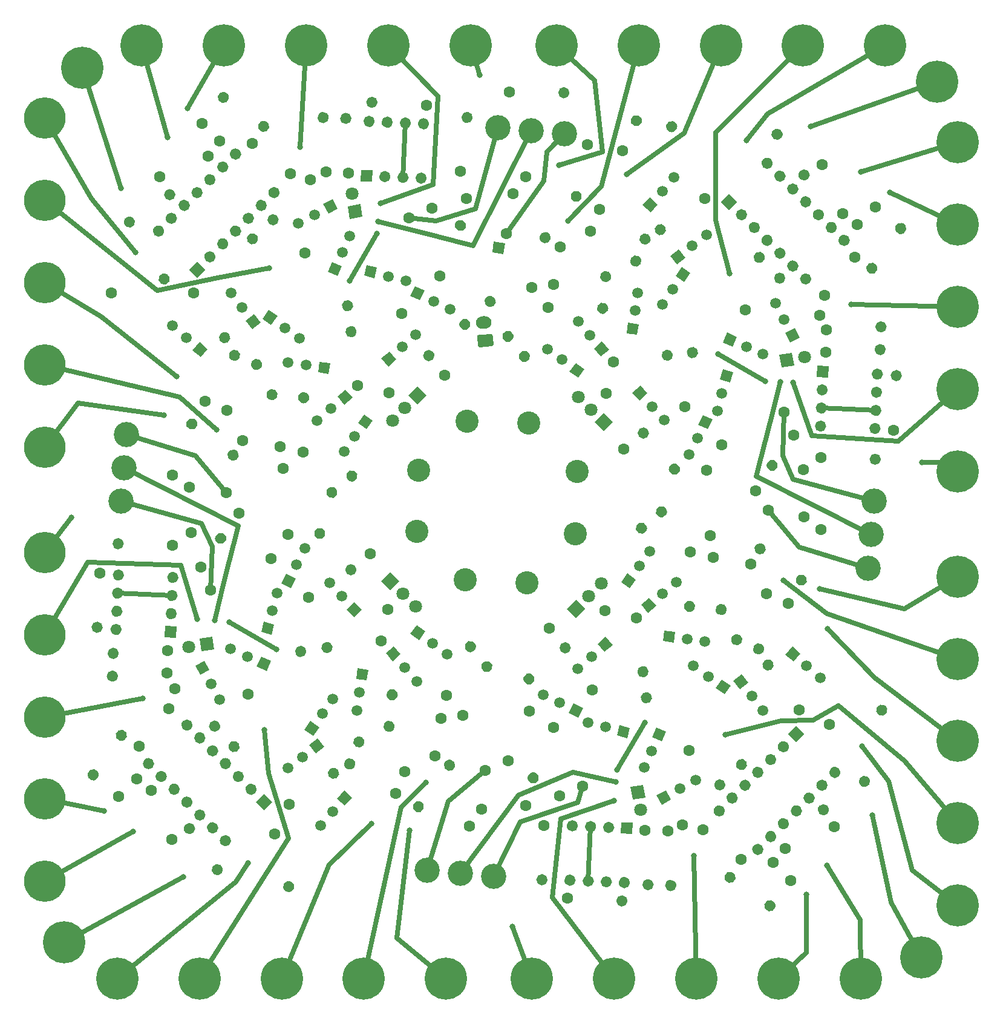
<source format=gbr>
%TF.GenerationSoftware,KiCad,Pcbnew,(5.1.7)-1*%
%TF.CreationDate,2021-05-19T11:45:42-05:00*%
%TF.ProjectId,FOURSES ARPSERGE,464f5552-5345-4532-9041-525053455247,rev?*%
%TF.SameCoordinates,Original*%
%TF.FileFunction,Copper,L2,Bot*%
%TF.FilePolarity,Positive*%
%FSLAX46Y46*%
G04 Gerber Fmt 4.6, Leading zero omitted, Abs format (unit mm)*
G04 Created by KiCad (PCBNEW (5.1.7)-1) date 2021-05-19 11:45:42*
%MOMM*%
%LPD*%
G01*
G04 APERTURE LIST*
%TA.AperFunction,ComponentPad*%
%ADD10C,1.500000*%
%TD*%
%TA.AperFunction,ComponentPad*%
%ADD11C,0.100000*%
%TD*%
%TA.AperFunction,ComponentPad*%
%ADD12C,1.600000*%
%TD*%
%TA.AperFunction,ComponentPad*%
%ADD13C,5.800000*%
%TD*%
%TA.AperFunction,ComponentPad*%
%ADD14C,5.900000*%
%TD*%
%TA.AperFunction,ComponentPad*%
%ADD15C,1.800000*%
%TD*%
%TA.AperFunction,ComponentPad*%
%ADD16C,3.240000*%
%TD*%
%TA.AperFunction,ComponentPad*%
%ADD17C,3.524001*%
%TD*%
%TA.AperFunction,ViaPad*%
%ADD18C,0.800000*%
%TD*%
%TA.AperFunction,Conductor*%
%ADD19C,0.635000*%
%TD*%
G04 APERTURE END LIST*
D10*
%TO.P,REF\u002A\u002A,2*%
%TO.N,N/C*%
X162139592Y-90797588D03*
%TO.P,REF\u002A\u002A,3*%
X163839183Y-92685176D03*
%TA.AperFunction,ComponentPad*%
D11*
%TO.P,REF\u002A\u002A,1*%
G36*
X160384489Y-89969207D02*
G01*
X159380793Y-88854489D01*
X160495511Y-87850793D01*
X161499207Y-88965511D01*
X160384489Y-89969207D01*
G37*
%TD.AperFunction*%
%TD*%
D12*
%TO.P,REF\u002A\u002A,1*%
%TO.N,N/C*%
X97330000Y-102060000D03*
%TO.P,REF\u002A\u002A,2*%
%TA.AperFunction,ComponentPad*%
G36*
G01*
X102847495Y-98051304D02*
X102847495Y-98051304D01*
G75*
G02*
X103024481Y-96933862I647214J470228D01*
G01*
X103024481Y-96933862D01*
G75*
G02*
X104141923Y-97110848I470228J-647214D01*
G01*
X104141923Y-97110848D01*
G75*
G02*
X103964937Y-98228290I-647214J-470228D01*
G01*
X103964937Y-98228290D01*
G75*
G02*
X102847495Y-98051304I-470228J647214D01*
G01*
G37*
%TD.AperFunction*%
%TD*%
%TO.P,REF\u002A\u002A,1*%
%TO.N,N/C*%
X132460000Y-72510000D03*
%TO.P,REF\u002A\u002A,2*%
%TA.AperFunction,ComponentPad*%
G36*
G01*
X135014817Y-66186606D02*
X135014817Y-66186606D01*
G75*
G02*
X134572755Y-65145174I299685J741747D01*
G01*
X134572755Y-65145174D01*
G75*
G02*
X135614187Y-64703112I741747J-299685D01*
G01*
X135614187Y-64703112D01*
G75*
G02*
X136056249Y-65744544I-299685J-741747D01*
G01*
X136056249Y-65744544D01*
G75*
G02*
X135014817Y-66186606I-741747J299685D01*
G01*
G37*
%TD.AperFunction*%
%TD*%
%TO.P,REF\u002A\u002A,2*%
%TO.N,N/C*%
%TA.AperFunction,ComponentPad*%
G36*
G01*
X148978961Y-46859025D02*
X148978961Y-46859025D01*
G75*
G02*
X149792801Y-46073109I799878J-13962D01*
G01*
X149792801Y-46073109D01*
G75*
G02*
X150578717Y-46886949I-13962J-799878D01*
G01*
X150578717Y-46886949D01*
G75*
G02*
X149764877Y-47672865I-799878J13962D01*
G01*
X149764877Y-47672865D01*
G75*
G02*
X148978961Y-46859025I13962J799878D01*
G01*
G37*
%TD.AperFunction*%
%TO.P,REF\u002A\u002A,1*%
X142160000Y-46740000D03*
%TD*%
%TO.P,REF\u002A\u002A,2*%
%TO.N,N/C*%
%TA.AperFunction,ComponentPad*%
G36*
G01*
X164139776Y-51960309D02*
X164139776Y-51960309D01*
G75*
G02*
X164508114Y-50890577I719035J350697D01*
G01*
X164508114Y-50890577D01*
G75*
G02*
X165577846Y-51258915I350697J-719035D01*
G01*
X165577846Y-51258915D01*
G75*
G02*
X165209508Y-52328647I-719035J-350697D01*
G01*
X165209508Y-52328647D01*
G75*
G02*
X164139776Y-51960309I-350697J719035D01*
G01*
G37*
%TD.AperFunction*%
%TO.P,REF\u002A\u002A,1*%
X158010000Y-54950000D03*
%TD*%
%TO.P,REF\u002A\u002A,2*%
%TO.N,N/C*%
%TA.AperFunction,ComponentPad*%
G36*
G01*
X102496606Y-109525183D02*
X102496606Y-109525183D01*
G75*
G02*
X101455174Y-109967245I-741747J299685D01*
G01*
X101455174Y-109967245D01*
G75*
G02*
X101013112Y-108925813I299685J741747D01*
G01*
X101013112Y-108925813D01*
G75*
G02*
X102054544Y-108483751I741747J-299685D01*
G01*
X102054544Y-108483751D01*
G75*
G02*
X102496606Y-109525183I-299685J-741747D01*
G01*
G37*
%TD.AperFunction*%
%TO.P,REF\u002A\u002A,1*%
X108820000Y-112080000D03*
%TD*%
D10*
%TO.P,REF\u002A\u002A,2*%
%TO.N,N/C*%
X113714719Y-84986500D03*
%TO.P,REF\u002A\u002A,3*%
X111199438Y-84633001D03*
%TA.AperFunction,ComponentPad*%
D11*
%TO.P,REF\u002A\u002A,1*%
G36*
X115591679Y-84492919D02*
G01*
X117077081Y-84701679D01*
X116868321Y-86187081D01*
X115382919Y-85978321D01*
X115591679Y-84492919D01*
G37*
%TD.AperFunction*%
%TD*%
D13*
%TO.P,REF\u002A\u002A,*%
%TO.N,*%
X77110000Y-73440000D03*
%TD*%
D14*
%TO.P,REF\u002A\u002A,*%
%TO.N,*%
X145330000Y-170790000D03*
%TD*%
D10*
%TO.P,REF\u002A\u002A,2*%
%TO.N,N/C*%
X155656548Y-135612600D03*
%TO.P,REF\u002A\u002A,3*%
X153203097Y-134955199D03*
%TA.AperFunction,ComponentPad*%
D11*
%TO.P,REF\u002A\u002A,1*%
G36*
X157579670Y-135351441D02*
G01*
X159028559Y-135739670D01*
X158640330Y-137188559D01*
X157191441Y-136800330D01*
X157579670Y-135351441D01*
G37*
%TD.AperFunction*%
%TD*%
%TO.P,REF\u002A\u002A,2*%
%TO.N,N/C*%
%TA.AperFunction,ComponentPad*%
G36*
G01*
X106972386Y-67514854D02*
X106972386Y-67514854D01*
G75*
G02*
X105992590Y-68080540I-772741J207055D01*
G01*
X105992590Y-68080540D01*
G75*
G02*
X105426904Y-67100744I207055J772741D01*
G01*
X105426904Y-67100744D01*
G75*
G02*
X106406700Y-66535058I772741J-207055D01*
G01*
X106406700Y-66535058D01*
G75*
G02*
X106972386Y-67514854I-207055J-772741D01*
G01*
G37*
%TD.AperFunction*%
D12*
%TO.P,REF\u002A\u002A,1*%
X113560000Y-69280000D03*
%TD*%
%TO.P,REF\u002A\u002A,2*%
%TO.N,N/C*%
%TA.AperFunction,ComponentPad*%
G36*
G01*
X180572168Y-73358771D02*
X180572168Y-73358771D01*
G75*
G02*
X179441486Y-73398255I-585083J545599D01*
G01*
X179441486Y-73398255D01*
G75*
G02*
X179402002Y-72267573I545599J585083D01*
G01*
X179402002Y-72267573D01*
G75*
G02*
X180532684Y-72228089I585083J-545599D01*
G01*
X180532684Y-72228089D01*
G75*
G02*
X180572168Y-73358771I-545599J-585083D01*
G01*
G37*
%TD.AperFunction*%
%TO.P,REF\u002A\u002A,1*%
X185560000Y-78010000D03*
%TD*%
D14*
%TO.P,REF\u002A\u002A,*%
%TO.N,*%
X148760000Y-40210000D03*
%TD*%
D10*
%TO.P,REF\u002A\u002A,2*%
%TO.N,N/C*%
X166012687Y-144257542D03*
%TO.P,REF\u002A\u002A,3*%
X168255374Y-143065084D03*
%TA.AperFunction,ComponentPad*%
D11*
%TO.P,REF\u002A\u002A,1*%
G36*
X164784314Y-145760107D02*
G01*
X163459893Y-146464314D01*
X162755686Y-145139893D01*
X164080107Y-144435686D01*
X164784314Y-145760107D01*
G37*
%TD.AperFunction*%
%TD*%
D14*
%TO.P,REF\u002A\u002A,*%
%TO.N,*%
X125210000Y-40210000D03*
%TD*%
%TO.P,REF\u002A\u002A,*%
%TO.N,*%
X183260000Y-40210000D03*
%TD*%
D12*
%TO.P,REF\u002A\u002A,1*%
%TO.N,N/C*%
X185960000Y-56890000D03*
%TO.P,REF\u002A\u002A,2*%
%TA.AperFunction,ComponentPad*%
G36*
G01*
X180272899Y-53125790D02*
X180272899Y-53125790D01*
G75*
G02*
X179164240Y-53351349I-667109J441550D01*
G01*
X179164240Y-53351349D01*
G75*
G02*
X178938681Y-52242690I441550J667109D01*
G01*
X178938681Y-52242690D01*
G75*
G02*
X180047340Y-52017131I667109J-441550D01*
G01*
X180047340Y-52017131D01*
G75*
G02*
X180272899Y-53125790I-441550J-667109D01*
G01*
G37*
%TD.AperFunction*%
%TD*%
D14*
%TO.P,REF\u002A\u002A,*%
%TO.N,*%
X204930000Y-76810000D03*
%TD*%
%TA.AperFunction,ComponentPad*%
D11*
%TO.P,REF\u002A\u002A,1*%
%TO.N,N/C*%
G36*
X181188629Y-136570000D02*
G01*
X182320000Y-135438629D01*
X183451371Y-136570000D01*
X182320000Y-137701371D01*
X181188629Y-136570000D01*
G37*
%TD.AperFunction*%
%TO.P,REF\u002A\u002A,8*%
%TA.AperFunction,ComponentPad*%
G36*
G01*
X176366161Y-152168776D02*
X176366161Y-152168776D01*
G75*
G02*
X177497531Y-152168776I565685J-565685D01*
G01*
X177497531Y-152168776D01*
G75*
G02*
X177497531Y-153300146I-565685J-565685D01*
G01*
X177497531Y-153300146D01*
G75*
G02*
X176366161Y-153300146I-565685J565685D01*
G01*
X176366161Y-153300146D01*
G75*
G02*
X176366161Y-152168776I565685J565685D01*
G01*
G37*
%TD.AperFunction*%
%TO.P,REF\u002A\u002A,2*%
%TA.AperFunction,ComponentPad*%
G36*
G01*
X179958264Y-137800366D02*
X179958264Y-137800366D01*
G75*
G02*
X181089634Y-137800366I565685J-565685D01*
G01*
X181089634Y-137800366D01*
G75*
G02*
X181089634Y-138931736I-565685J-565685D01*
G01*
X181089634Y-138931736D01*
G75*
G02*
X179958264Y-138931736I-565685J565685D01*
G01*
X179958264Y-138931736D01*
G75*
G02*
X179958264Y-137800366I565685J565685D01*
G01*
G37*
%TD.AperFunction*%
%TO.P,REF\u002A\u002A,9*%
%TA.AperFunction,ComponentPad*%
G36*
G01*
X178162213Y-150372725D02*
X178162213Y-150372725D01*
G75*
G02*
X179293583Y-150372725I565685J-565685D01*
G01*
X179293583Y-150372725D01*
G75*
G02*
X179293583Y-151504095I-565685J-565685D01*
G01*
X179293583Y-151504095D01*
G75*
G02*
X178162213Y-151504095I-565685J565685D01*
G01*
X178162213Y-151504095D01*
G75*
G02*
X178162213Y-150372725I565685J565685D01*
G01*
G37*
%TD.AperFunction*%
%TO.P,REF\u002A\u002A,3*%
%TA.AperFunction,ComponentPad*%
G36*
G01*
X178162213Y-139596417D02*
X178162213Y-139596417D01*
G75*
G02*
X179293583Y-139596417I565685J-565685D01*
G01*
X179293583Y-139596417D01*
G75*
G02*
X179293583Y-140727787I-565685J-565685D01*
G01*
X179293583Y-140727787D01*
G75*
G02*
X178162213Y-140727787I-565685J565685D01*
G01*
X178162213Y-140727787D01*
G75*
G02*
X178162213Y-139596417I565685J565685D01*
G01*
G37*
%TD.AperFunction*%
%TO.P,REF\u002A\u002A,10*%
%TA.AperFunction,ComponentPad*%
G36*
G01*
X179958264Y-148576674D02*
X179958264Y-148576674D01*
G75*
G02*
X181089634Y-148576674I565685J-565685D01*
G01*
X181089634Y-148576674D01*
G75*
G02*
X181089634Y-149708044I-565685J-565685D01*
G01*
X181089634Y-149708044D01*
G75*
G02*
X179958264Y-149708044I-565685J565685D01*
G01*
X179958264Y-149708044D01*
G75*
G02*
X179958264Y-148576674I565685J565685D01*
G01*
G37*
%TD.AperFunction*%
%TO.P,REF\u002A\u002A,4*%
%TA.AperFunction,ComponentPad*%
G36*
G01*
X176366161Y-141392469D02*
X176366161Y-141392469D01*
G75*
G02*
X177497531Y-141392469I565685J-565685D01*
G01*
X177497531Y-141392469D01*
G75*
G02*
X177497531Y-142523839I-565685J-565685D01*
G01*
X177497531Y-142523839D01*
G75*
G02*
X176366161Y-142523839I-565685J565685D01*
G01*
X176366161Y-142523839D01*
G75*
G02*
X176366161Y-141392469I565685J565685D01*
G01*
G37*
%TD.AperFunction*%
%TO.P,REF\u002A\u002A,11*%
%TA.AperFunction,ComponentPad*%
G36*
G01*
X181754315Y-146780622D02*
X181754315Y-146780622D01*
G75*
G02*
X182885685Y-146780622I565685J-565685D01*
G01*
X182885685Y-146780622D01*
G75*
G02*
X182885685Y-147911992I-565685J-565685D01*
G01*
X182885685Y-147911992D01*
G75*
G02*
X181754315Y-147911992I-565685J565685D01*
G01*
X181754315Y-147911992D01*
G75*
G02*
X181754315Y-146780622I565685J565685D01*
G01*
G37*
%TD.AperFunction*%
%TO.P,REF\u002A\u002A,5*%
%TA.AperFunction,ComponentPad*%
G36*
G01*
X174570110Y-143188520D02*
X174570110Y-143188520D01*
G75*
G02*
X175701480Y-143188520I565685J-565685D01*
G01*
X175701480Y-143188520D01*
G75*
G02*
X175701480Y-144319890I-565685J-565685D01*
G01*
X175701480Y-144319890D01*
G75*
G02*
X174570110Y-144319890I-565685J565685D01*
G01*
X174570110Y-144319890D01*
G75*
G02*
X174570110Y-143188520I565685J565685D01*
G01*
G37*
%TD.AperFunction*%
%TO.P,REF\u002A\u002A,12*%
%TA.AperFunction,ComponentPad*%
G36*
G01*
X183550366Y-144984571D02*
X183550366Y-144984571D01*
G75*
G02*
X184681736Y-144984571I565685J-565685D01*
G01*
X184681736Y-144984571D01*
G75*
G02*
X184681736Y-146115941I-565685J-565685D01*
G01*
X184681736Y-146115941D01*
G75*
G02*
X183550366Y-146115941I-565685J565685D01*
G01*
X183550366Y-146115941D01*
G75*
G02*
X183550366Y-144984571I565685J565685D01*
G01*
G37*
%TD.AperFunction*%
%TO.P,REF\u002A\u002A,6*%
%TA.AperFunction,ComponentPad*%
G36*
G01*
X172774059Y-144984571D02*
X172774059Y-144984571D01*
G75*
G02*
X173905429Y-144984571I565685J-565685D01*
G01*
X173905429Y-144984571D01*
G75*
G02*
X173905429Y-146115941I-565685J-565685D01*
G01*
X173905429Y-146115941D01*
G75*
G02*
X172774059Y-146115941I-565685J565685D01*
G01*
X172774059Y-146115941D01*
G75*
G02*
X172774059Y-144984571I565685J565685D01*
G01*
G37*
%TD.AperFunction*%
%TO.P,REF\u002A\u002A,13*%
%TA.AperFunction,ComponentPad*%
G36*
G01*
X185346417Y-143188520D02*
X185346417Y-143188520D01*
G75*
G02*
X186477787Y-143188520I565685J-565685D01*
G01*
X186477787Y-143188520D01*
G75*
G02*
X186477787Y-144319890I-565685J-565685D01*
G01*
X186477787Y-144319890D01*
G75*
G02*
X185346417Y-144319890I-565685J565685D01*
G01*
X185346417Y-144319890D01*
G75*
G02*
X185346417Y-143188520I565685J565685D01*
G01*
G37*
%TD.AperFunction*%
%TO.P,REF\u002A\u002A,7*%
%TA.AperFunction,ComponentPad*%
G36*
G01*
X170978008Y-146780622D02*
X170978008Y-146780622D01*
G75*
G02*
X172109378Y-146780622I565685J-565685D01*
G01*
X172109378Y-146780622D01*
G75*
G02*
X172109378Y-147911992I-565685J-565685D01*
G01*
X172109378Y-147911992D01*
G75*
G02*
X170978008Y-147911992I-565685J565685D01*
G01*
X170978008Y-147911992D01*
G75*
G02*
X170978008Y-146780622I565685J565685D01*
G01*
G37*
%TD.AperFunction*%
%TO.P,REF\u002A\u002A,14*%
%TA.AperFunction,ComponentPad*%
G36*
G01*
X187142469Y-141392469D02*
X187142469Y-141392469D01*
G75*
G02*
X188273839Y-141392469I565685J-565685D01*
G01*
X188273839Y-141392469D01*
G75*
G02*
X188273839Y-142523839I-565685J-565685D01*
G01*
X188273839Y-142523839D01*
G75*
G02*
X187142469Y-142523839I-565685J565685D01*
G01*
X187142469Y-142523839D01*
G75*
G02*
X187142469Y-141392469I565685J565685D01*
G01*
G37*
%TD.AperFunction*%
%TD*%
D14*
%TO.P,REF\u002A\u002A,*%
%TO.N,*%
X204930000Y-53810000D03*
%TD*%
D12*
%TO.P,REF\u002A\u002A,1*%
%TO.N,N/C*%
X106170000Y-53990000D03*
%TO.P,REF\u002A\u002A,2*%
%TA.AperFunction,ComponentPad*%
G36*
G01*
X102555950Y-48206312D02*
X102555950Y-48206312D01*
G75*
G02*
X101453577Y-47951809I-423935J678438D01*
G01*
X101453577Y-47951809D01*
G75*
G02*
X101708080Y-46849436I678438J423935D01*
G01*
X101708080Y-46849436D01*
G75*
G02*
X102810453Y-47103939I423935J-678438D01*
G01*
X102810453Y-47103939D01*
G75*
G02*
X102555950Y-48206312I-678438J-423935D01*
G01*
G37*
%TD.AperFunction*%
%TD*%
%TO.P,REF\u002A\u002A,14*%
%TO.N,N/C*%
%TA.AperFunction,ComponentPad*%
G36*
G01*
X102987531Y-150942469D02*
X102987531Y-150942469D01*
G75*
G02*
X102987531Y-152073839I-565685J-565685D01*
G01*
X102987531Y-152073839D01*
G75*
G02*
X101856161Y-152073839I-565685J565685D01*
G01*
X101856161Y-152073839D01*
G75*
G02*
X101856161Y-150942469I565685J565685D01*
G01*
X101856161Y-150942469D01*
G75*
G02*
X102987531Y-150942469I565685J-565685D01*
G01*
G37*
%TD.AperFunction*%
%TO.P,REF\u002A\u002A,7*%
%TA.AperFunction,ComponentPad*%
G36*
G01*
X97599378Y-134778008D02*
X97599378Y-134778008D01*
G75*
G02*
X97599378Y-135909378I-565685J-565685D01*
G01*
X97599378Y-135909378D01*
G75*
G02*
X96468008Y-135909378I-565685J565685D01*
G01*
X96468008Y-135909378D01*
G75*
G02*
X96468008Y-134778008I565685J565685D01*
G01*
X96468008Y-134778008D01*
G75*
G02*
X97599378Y-134778008I565685J-565685D01*
G01*
G37*
%TD.AperFunction*%
%TO.P,REF\u002A\u002A,13*%
%TA.AperFunction,ComponentPad*%
G36*
G01*
X101191480Y-149146417D02*
X101191480Y-149146417D01*
G75*
G02*
X101191480Y-150277787I-565685J-565685D01*
G01*
X101191480Y-150277787D01*
G75*
G02*
X100060110Y-150277787I-565685J565685D01*
G01*
X100060110Y-150277787D01*
G75*
G02*
X100060110Y-149146417I565685J565685D01*
G01*
X100060110Y-149146417D01*
G75*
G02*
X101191480Y-149146417I565685J-565685D01*
G01*
G37*
%TD.AperFunction*%
%TO.P,REF\u002A\u002A,6*%
%TA.AperFunction,ComponentPad*%
G36*
G01*
X99395429Y-136574059D02*
X99395429Y-136574059D01*
G75*
G02*
X99395429Y-137705429I-565685J-565685D01*
G01*
X99395429Y-137705429D01*
G75*
G02*
X98264059Y-137705429I-565685J565685D01*
G01*
X98264059Y-137705429D01*
G75*
G02*
X98264059Y-136574059I565685J565685D01*
G01*
X98264059Y-136574059D01*
G75*
G02*
X99395429Y-136574059I565685J-565685D01*
G01*
G37*
%TD.AperFunction*%
%TO.P,REF\u002A\u002A,12*%
%TA.AperFunction,ComponentPad*%
G36*
G01*
X99395429Y-147350366D02*
X99395429Y-147350366D01*
G75*
G02*
X99395429Y-148481736I-565685J-565685D01*
G01*
X99395429Y-148481736D01*
G75*
G02*
X98264059Y-148481736I-565685J565685D01*
G01*
X98264059Y-148481736D01*
G75*
G02*
X98264059Y-147350366I565685J565685D01*
G01*
X98264059Y-147350366D01*
G75*
G02*
X99395429Y-147350366I565685J-565685D01*
G01*
G37*
%TD.AperFunction*%
%TO.P,REF\u002A\u002A,5*%
%TA.AperFunction,ComponentPad*%
G36*
G01*
X101191480Y-138370110D02*
X101191480Y-138370110D01*
G75*
G02*
X101191480Y-139501480I-565685J-565685D01*
G01*
X101191480Y-139501480D01*
G75*
G02*
X100060110Y-139501480I-565685J565685D01*
G01*
X100060110Y-139501480D01*
G75*
G02*
X100060110Y-138370110I565685J565685D01*
G01*
X100060110Y-138370110D01*
G75*
G02*
X101191480Y-138370110I565685J-565685D01*
G01*
G37*
%TD.AperFunction*%
%TO.P,REF\u002A\u002A,11*%
%TA.AperFunction,ComponentPad*%
G36*
G01*
X97599378Y-145554315D02*
X97599378Y-145554315D01*
G75*
G02*
X97599378Y-146685685I-565685J-565685D01*
G01*
X97599378Y-146685685D01*
G75*
G02*
X96468008Y-146685685I-565685J565685D01*
G01*
X96468008Y-146685685D01*
G75*
G02*
X96468008Y-145554315I565685J565685D01*
G01*
X96468008Y-145554315D01*
G75*
G02*
X97599378Y-145554315I565685J-565685D01*
G01*
G37*
%TD.AperFunction*%
%TO.P,REF\u002A\u002A,4*%
%TA.AperFunction,ComponentPad*%
G36*
G01*
X102987531Y-140166161D02*
X102987531Y-140166161D01*
G75*
G02*
X102987531Y-141297531I-565685J-565685D01*
G01*
X102987531Y-141297531D01*
G75*
G02*
X101856161Y-141297531I-565685J565685D01*
G01*
X101856161Y-141297531D01*
G75*
G02*
X101856161Y-140166161I565685J565685D01*
G01*
X101856161Y-140166161D01*
G75*
G02*
X102987531Y-140166161I565685J-565685D01*
G01*
G37*
%TD.AperFunction*%
%TO.P,REF\u002A\u002A,10*%
%TA.AperFunction,ComponentPad*%
G36*
G01*
X95803326Y-143758264D02*
X95803326Y-143758264D01*
G75*
G02*
X95803326Y-144889634I-565685J-565685D01*
G01*
X95803326Y-144889634D01*
G75*
G02*
X94671956Y-144889634I-565685J565685D01*
G01*
X94671956Y-144889634D01*
G75*
G02*
X94671956Y-143758264I565685J565685D01*
G01*
X94671956Y-143758264D01*
G75*
G02*
X95803326Y-143758264I565685J-565685D01*
G01*
G37*
%TD.AperFunction*%
%TO.P,REF\u002A\u002A,3*%
%TA.AperFunction,ComponentPad*%
G36*
G01*
X104783583Y-141962213D02*
X104783583Y-141962213D01*
G75*
G02*
X104783583Y-143093583I-565685J-565685D01*
G01*
X104783583Y-143093583D01*
G75*
G02*
X103652213Y-143093583I-565685J565685D01*
G01*
X103652213Y-143093583D01*
G75*
G02*
X103652213Y-141962213I565685J565685D01*
G01*
X103652213Y-141962213D01*
G75*
G02*
X104783583Y-141962213I565685J-565685D01*
G01*
G37*
%TD.AperFunction*%
%TO.P,REF\u002A\u002A,9*%
%TA.AperFunction,ComponentPad*%
G36*
G01*
X94007275Y-141962213D02*
X94007275Y-141962213D01*
G75*
G02*
X94007275Y-143093583I-565685J-565685D01*
G01*
X94007275Y-143093583D01*
G75*
G02*
X92875905Y-143093583I-565685J565685D01*
G01*
X92875905Y-143093583D01*
G75*
G02*
X92875905Y-141962213I565685J565685D01*
G01*
X92875905Y-141962213D01*
G75*
G02*
X94007275Y-141962213I565685J-565685D01*
G01*
G37*
%TD.AperFunction*%
%TO.P,REF\u002A\u002A,2*%
%TA.AperFunction,ComponentPad*%
G36*
G01*
X106579634Y-143758264D02*
X106579634Y-143758264D01*
G75*
G02*
X106579634Y-144889634I-565685J-565685D01*
G01*
X106579634Y-144889634D01*
G75*
G02*
X105448264Y-144889634I-565685J565685D01*
G01*
X105448264Y-144889634D01*
G75*
G02*
X105448264Y-143758264I565685J565685D01*
G01*
X105448264Y-143758264D01*
G75*
G02*
X106579634Y-143758264I565685J-565685D01*
G01*
G37*
%TD.AperFunction*%
%TO.P,REF\u002A\u002A,8*%
%TA.AperFunction,ComponentPad*%
G36*
G01*
X92211224Y-140166161D02*
X92211224Y-140166161D01*
G75*
G02*
X92211224Y-141297531I-565685J-565685D01*
G01*
X92211224Y-141297531D01*
G75*
G02*
X91079854Y-141297531I-565685J565685D01*
G01*
X91079854Y-141297531D01*
G75*
G02*
X91079854Y-140166161I565685J565685D01*
G01*
X91079854Y-140166161D01*
G75*
G02*
X92211224Y-140166161I565685J-565685D01*
G01*
G37*
%TD.AperFunction*%
%TA.AperFunction,ComponentPad*%
D11*
%TO.P,REF\u002A\u002A,1*%
G36*
X107810000Y-144988629D02*
G01*
X108941371Y-146120000D01*
X107810000Y-147251371D01*
X106678629Y-146120000D01*
X107810000Y-144988629D01*
G37*
%TD.AperFunction*%
%TD*%
%TA.AperFunction,ComponentPad*%
%TO.P,REF\u002A\u002A,1*%
%TO.N,N/C*%
G36*
X122954343Y-59324134D02*
G01*
X121355866Y-59254343D01*
X121425657Y-57655866D01*
X123024134Y-57725657D01*
X122954343Y-59324134D01*
G37*
%TD.AperFunction*%
%TO.P,REF\u002A\u002A,5*%
%TA.AperFunction,ComponentPad*%
G36*
G01*
X130100231Y-52008871D02*
X130100231Y-52008871D01*
G75*
G02*
X129335888Y-51174736I34896J799239D01*
G01*
X129335888Y-51174736D01*
G75*
G02*
X130170023Y-50410393I799239J-34896D01*
G01*
X130170023Y-50410393D01*
G75*
G02*
X130934366Y-51244528I-34896J-799239D01*
G01*
X130934366Y-51244528D01*
G75*
G02*
X130100231Y-52008871I-799239J34896D01*
G01*
G37*
%TD.AperFunction*%
%TO.P,REF\u002A\u002A,2*%
%TA.AperFunction,ComponentPad*%
G36*
G01*
X124692686Y-59400032D02*
X124692686Y-59400032D01*
G75*
G02*
X123928343Y-58565897I34896J799239D01*
G01*
X123928343Y-58565897D01*
G75*
G02*
X124762478Y-57801554I799239J-34896D01*
G01*
X124762478Y-57801554D01*
G75*
G02*
X125526821Y-58635689I-34896J-799239D01*
G01*
X125526821Y-58635689D01*
G75*
G02*
X124692686Y-59400032I-799239J34896D01*
G01*
G37*
%TD.AperFunction*%
%TO.P,REF\u002A\u002A,6*%
%TA.AperFunction,ComponentPad*%
G36*
G01*
X127562649Y-51898078D02*
X127562649Y-51898078D01*
G75*
G02*
X126798306Y-51063943I34896J799239D01*
G01*
X126798306Y-51063943D01*
G75*
G02*
X127632441Y-50299600I799239J-34896D01*
G01*
X127632441Y-50299600D01*
G75*
G02*
X128396784Y-51133735I-34896J-799239D01*
G01*
X128396784Y-51133735D01*
G75*
G02*
X127562649Y-51898078I-799239J34896D01*
G01*
G37*
%TD.AperFunction*%
%TO.P,REF\u002A\u002A,3*%
%TA.AperFunction,ComponentPad*%
G36*
G01*
X127230269Y-59510825D02*
X127230269Y-59510825D01*
G75*
G02*
X126465926Y-58676690I34896J799239D01*
G01*
X126465926Y-58676690D01*
G75*
G02*
X127300061Y-57912347I799239J-34896D01*
G01*
X127300061Y-57912347D01*
G75*
G02*
X128064404Y-58746482I-34896J-799239D01*
G01*
X128064404Y-58746482D01*
G75*
G02*
X127230269Y-59510825I-799239J34896D01*
G01*
G37*
%TD.AperFunction*%
%TO.P,REF\u002A\u002A,7*%
%TA.AperFunction,ComponentPad*%
G36*
G01*
X125025066Y-51787285D02*
X125025066Y-51787285D01*
G75*
G02*
X124260723Y-50953150I34896J799239D01*
G01*
X124260723Y-50953150D01*
G75*
G02*
X125094858Y-50188807I799239J-34896D01*
G01*
X125094858Y-50188807D01*
G75*
G02*
X125859201Y-51022942I-34896J-799239D01*
G01*
X125859201Y-51022942D01*
G75*
G02*
X125025066Y-51787285I-799239J34896D01*
G01*
G37*
%TD.AperFunction*%
%TO.P,REF\u002A\u002A,4*%
%TA.AperFunction,ComponentPad*%
G36*
G01*
X129767851Y-59621619D02*
X129767851Y-59621619D01*
G75*
G02*
X129003508Y-58787484I34896J799239D01*
G01*
X129003508Y-58787484D01*
G75*
G02*
X129837643Y-58023141I799239J-34896D01*
G01*
X129837643Y-58023141D01*
G75*
G02*
X130601986Y-58857276I-34896J-799239D01*
G01*
X130601986Y-58857276D01*
G75*
G02*
X129767851Y-59621619I-799239J34896D01*
G01*
G37*
%TD.AperFunction*%
%TO.P,REF\u002A\u002A,8*%
%TA.AperFunction,ComponentPad*%
G36*
G01*
X122487484Y-51676492D02*
X122487484Y-51676492D01*
G75*
G02*
X121723141Y-50842357I34896J799239D01*
G01*
X121723141Y-50842357D01*
G75*
G02*
X122557276Y-50078014I799239J-34896D01*
G01*
X122557276Y-50078014D01*
G75*
G02*
X123321619Y-50912149I-34896J-799239D01*
G01*
X123321619Y-50912149D01*
G75*
G02*
X122487484Y-51676492I-799239J34896D01*
G01*
G37*
%TD.AperFunction*%
%TD*%
%TA.AperFunction,ComponentPad*%
%TO.P,REF\u002A\u002A,1*%
%TO.N,N/C*%
G36*
X95554134Y-121515657D02*
G01*
X95484343Y-123114134D01*
X93885866Y-123044343D01*
X93955657Y-121445866D01*
X95554134Y-121515657D01*
G37*
%TD.AperFunction*%
%TO.P,REF\u002A\u002A,5*%
%TA.AperFunction,ComponentPad*%
G36*
G01*
X88238871Y-114369769D02*
X88238871Y-114369769D01*
G75*
G02*
X87404736Y-115134112I-799239J34896D01*
G01*
X87404736Y-115134112D01*
G75*
G02*
X86640393Y-114299977I34896J799239D01*
G01*
X86640393Y-114299977D01*
G75*
G02*
X87474528Y-113535634I799239J-34896D01*
G01*
X87474528Y-113535634D01*
G75*
G02*
X88238871Y-114369769I-34896J-799239D01*
G01*
G37*
%TD.AperFunction*%
%TO.P,REF\u002A\u002A,2*%
%TA.AperFunction,ComponentPad*%
G36*
G01*
X95630032Y-119777314D02*
X95630032Y-119777314D01*
G75*
G02*
X94795897Y-120541657I-799239J34896D01*
G01*
X94795897Y-120541657D01*
G75*
G02*
X94031554Y-119707522I34896J799239D01*
G01*
X94031554Y-119707522D01*
G75*
G02*
X94865689Y-118943179I799239J-34896D01*
G01*
X94865689Y-118943179D01*
G75*
G02*
X95630032Y-119777314I-34896J-799239D01*
G01*
G37*
%TD.AperFunction*%
%TO.P,REF\u002A\u002A,6*%
%TA.AperFunction,ComponentPad*%
G36*
G01*
X88128078Y-116907351D02*
X88128078Y-116907351D01*
G75*
G02*
X87293943Y-117671694I-799239J34896D01*
G01*
X87293943Y-117671694D01*
G75*
G02*
X86529600Y-116837559I34896J799239D01*
G01*
X86529600Y-116837559D01*
G75*
G02*
X87363735Y-116073216I799239J-34896D01*
G01*
X87363735Y-116073216D01*
G75*
G02*
X88128078Y-116907351I-34896J-799239D01*
G01*
G37*
%TD.AperFunction*%
%TO.P,REF\u002A\u002A,3*%
%TA.AperFunction,ComponentPad*%
G36*
G01*
X95740825Y-117239731D02*
X95740825Y-117239731D01*
G75*
G02*
X94906690Y-118004074I-799239J34896D01*
G01*
X94906690Y-118004074D01*
G75*
G02*
X94142347Y-117169939I34896J799239D01*
G01*
X94142347Y-117169939D01*
G75*
G02*
X94976482Y-116405596I799239J-34896D01*
G01*
X94976482Y-116405596D01*
G75*
G02*
X95740825Y-117239731I-34896J-799239D01*
G01*
G37*
%TD.AperFunction*%
%TO.P,REF\u002A\u002A,7*%
%TA.AperFunction,ComponentPad*%
G36*
G01*
X88017285Y-119444934D02*
X88017285Y-119444934D01*
G75*
G02*
X87183150Y-120209277I-799239J34896D01*
G01*
X87183150Y-120209277D01*
G75*
G02*
X86418807Y-119375142I34896J799239D01*
G01*
X86418807Y-119375142D01*
G75*
G02*
X87252942Y-118610799I799239J-34896D01*
G01*
X87252942Y-118610799D01*
G75*
G02*
X88017285Y-119444934I-34896J-799239D01*
G01*
G37*
%TD.AperFunction*%
%TO.P,REF\u002A\u002A,4*%
%TA.AperFunction,ComponentPad*%
G36*
G01*
X95851619Y-114702149D02*
X95851619Y-114702149D01*
G75*
G02*
X95017484Y-115466492I-799239J34896D01*
G01*
X95017484Y-115466492D01*
G75*
G02*
X94253141Y-114632357I34896J799239D01*
G01*
X94253141Y-114632357D01*
G75*
G02*
X95087276Y-113868014I799239J-34896D01*
G01*
X95087276Y-113868014D01*
G75*
G02*
X95851619Y-114702149I-34896J-799239D01*
G01*
G37*
%TD.AperFunction*%
%TO.P,REF\u002A\u002A,8*%
%TA.AperFunction,ComponentPad*%
G36*
G01*
X87906492Y-121982516D02*
X87906492Y-121982516D01*
G75*
G02*
X87072357Y-122746859I-799239J34896D01*
G01*
X87072357Y-122746859D01*
G75*
G02*
X86308014Y-121912724I34896J799239D01*
G01*
X86308014Y-121912724D01*
G75*
G02*
X87142149Y-121148381I799239J-34896D01*
G01*
X87142149Y-121148381D01*
G75*
G02*
X87906492Y-121982516I-34896J-799239D01*
G01*
G37*
%TD.AperFunction*%
%TD*%
%TO.P,REF\u002A\u002A,2*%
%TO.N,N/C*%
%TA.AperFunction,ComponentPad*%
G36*
G01*
X173867614Y-140645146D02*
X173867614Y-140645146D01*
G75*
G02*
X174847410Y-140079460I772741J-207055D01*
G01*
X174847410Y-140079460D01*
G75*
G02*
X175413096Y-141059256I-207055J-772741D01*
G01*
X175413096Y-141059256D01*
G75*
G02*
X174433300Y-141624942I-772741J207055D01*
G01*
X174433300Y-141624942D01*
G75*
G02*
X173867614Y-140645146I207055J772741D01*
G01*
G37*
%TD.AperFunction*%
D12*
%TO.P,REF\u002A\u002A,1*%
X167280000Y-138880000D03*
%TD*%
%TA.AperFunction,ComponentPad*%
D11*
%TO.P,REF\u002A\u002A,1*%
%TO.N,N/C*%
G36*
X126782792Y-115180000D02*
G01*
X125510000Y-116452792D01*
X124237208Y-115180000D01*
X125510000Y-113907208D01*
X126782792Y-115180000D01*
G37*
%TD.AperFunction*%
D15*
%TO.P,REF\u002A\u002A,2*%
X127277767Y-116947767D03*
%TO.P,REF\u002A\u002A,3*%
X129045534Y-118715534D03*
D16*
%TO.P,REF\u002A\u002A,*%
%TO.N,*%
X135975180Y-115038579D03*
X129186955Y-108250354D03*
%TD*%
D12*
%TO.P,REF\u002A\u002A,1*%
%TO.N,N/C*%
X188800000Y-63760000D03*
%TO.P,REF\u002A\u002A,2*%
%TA.AperFunction,ComponentPad*%
G36*
G01*
X183977531Y-58937531D02*
X183977531Y-58937531D01*
G75*
G02*
X182846161Y-58937531I-565685J565685D01*
G01*
X182846161Y-58937531D01*
G75*
G02*
X182846161Y-57806161I565685J565685D01*
G01*
X182846161Y-57806161D01*
G75*
G02*
X183977531Y-57806161I565685J-565685D01*
G01*
X183977531Y-57806161D01*
G75*
G02*
X183977531Y-58937531I-565685J-565685D01*
G01*
G37*
%TD.AperFunction*%
%TD*%
D13*
%TO.P,REF\u002A\u002A,*%
%TO.N,*%
X77110000Y-61940000D03*
%TD*%
D14*
%TO.P,REF\u002A\u002A,*%
%TO.N,*%
X204930000Y-149060000D03*
%TD*%
%TA.AperFunction,ComponentPad*%
D11*
%TO.P,REF\u002A\u002A,1*%
%TO.N,N/C*%
G36*
X171651441Y-87010330D02*
G01*
X172039670Y-85561441D01*
X173488559Y-85949670D01*
X173100330Y-87398559D01*
X171651441Y-87010330D01*
G37*
%TD.AperFunction*%
D10*
%TO.P,REF\u002A\u002A,3*%
X171255199Y-91386903D03*
%TO.P,REF\u002A\u002A,2*%
X171912600Y-88933452D03*
%TD*%
%TA.AperFunction,ComponentPad*%
D11*
%TO.P,REF\u002A\u002A,1*%
%TO.N,N/C*%
G36*
X151510000Y-117807208D02*
G01*
X152782792Y-119080000D01*
X151510000Y-120352792D01*
X150237208Y-119080000D01*
X151510000Y-117807208D01*
G37*
%TD.AperFunction*%
D15*
%TO.P,REF\u002A\u002A,2*%
X153277767Y-117312233D03*
%TO.P,REF\u002A\u002A,3*%
X155045534Y-115544466D03*
D16*
%TO.P,REF\u002A\u002A,*%
%TO.N,*%
X151368579Y-108614820D03*
X144580354Y-115403045D03*
%TD*%
D14*
%TO.P,REF\u002A\u002A,*%
%TO.N,*%
X82410000Y-43350000D03*
%TD*%
%TO.P,REF\u002A\u002A,*%
%TO.N,*%
X204930000Y-137560000D03*
%TD*%
%TO.P,REF\u002A\u002A,8*%
%TO.N,N/C*%
%TA.AperFunction,ComponentPad*%
G36*
G01*
X192853508Y-86197484D02*
X192853508Y-86197484D01*
G75*
G02*
X193687643Y-85433141I799239J-34896D01*
G01*
X193687643Y-85433141D01*
G75*
G02*
X194451986Y-86267276I-34896J-799239D01*
G01*
X194451986Y-86267276D01*
G75*
G02*
X193617851Y-87031619I-799239J34896D01*
G01*
X193617851Y-87031619D01*
G75*
G02*
X192853508Y-86197484I34896J799239D01*
G01*
G37*
%TD.AperFunction*%
%TO.P,REF\u002A\u002A,4*%
%TA.AperFunction,ComponentPad*%
G36*
G01*
X184908381Y-93477851D02*
X184908381Y-93477851D01*
G75*
G02*
X185742516Y-92713508I799239J-34896D01*
G01*
X185742516Y-92713508D01*
G75*
G02*
X186506859Y-93547643I-34896J-799239D01*
G01*
X186506859Y-93547643D01*
G75*
G02*
X185672724Y-94311986I-799239J34896D01*
G01*
X185672724Y-94311986D01*
G75*
G02*
X184908381Y-93477851I34896J799239D01*
G01*
G37*
%TD.AperFunction*%
%TO.P,REF\u002A\u002A,7*%
%TA.AperFunction,ComponentPad*%
G36*
G01*
X192742715Y-88735066D02*
X192742715Y-88735066D01*
G75*
G02*
X193576850Y-87970723I799239J-34896D01*
G01*
X193576850Y-87970723D01*
G75*
G02*
X194341193Y-88804858I-34896J-799239D01*
G01*
X194341193Y-88804858D01*
G75*
G02*
X193507058Y-89569201I-799239J34896D01*
G01*
X193507058Y-89569201D01*
G75*
G02*
X192742715Y-88735066I34896J799239D01*
G01*
G37*
%TD.AperFunction*%
%TO.P,REF\u002A\u002A,3*%
%TA.AperFunction,ComponentPad*%
G36*
G01*
X185019175Y-90940269D02*
X185019175Y-90940269D01*
G75*
G02*
X185853310Y-90175926I799239J-34896D01*
G01*
X185853310Y-90175926D01*
G75*
G02*
X186617653Y-91010061I-34896J-799239D01*
G01*
X186617653Y-91010061D01*
G75*
G02*
X185783518Y-91774404I-799239J34896D01*
G01*
X185783518Y-91774404D01*
G75*
G02*
X185019175Y-90940269I34896J799239D01*
G01*
G37*
%TD.AperFunction*%
%TO.P,REF\u002A\u002A,6*%
%TA.AperFunction,ComponentPad*%
G36*
G01*
X192631922Y-91272649D02*
X192631922Y-91272649D01*
G75*
G02*
X193466057Y-90508306I799239J-34896D01*
G01*
X193466057Y-90508306D01*
G75*
G02*
X194230400Y-91342441I-34896J-799239D01*
G01*
X194230400Y-91342441D01*
G75*
G02*
X193396265Y-92106784I-799239J34896D01*
G01*
X193396265Y-92106784D01*
G75*
G02*
X192631922Y-91272649I34896J799239D01*
G01*
G37*
%TD.AperFunction*%
%TO.P,REF\u002A\u002A,2*%
%TA.AperFunction,ComponentPad*%
G36*
G01*
X185129968Y-88402686D02*
X185129968Y-88402686D01*
G75*
G02*
X185964103Y-87638343I799239J-34896D01*
G01*
X185964103Y-87638343D01*
G75*
G02*
X186728446Y-88472478I-34896J-799239D01*
G01*
X186728446Y-88472478D01*
G75*
G02*
X185894311Y-89236821I-799239J34896D01*
G01*
X185894311Y-89236821D01*
G75*
G02*
X185129968Y-88402686I34896J799239D01*
G01*
G37*
%TD.AperFunction*%
%TO.P,REF\u002A\u002A,5*%
%TA.AperFunction,ComponentPad*%
G36*
G01*
X192521129Y-93810231D02*
X192521129Y-93810231D01*
G75*
G02*
X193355264Y-93045888I799239J-34896D01*
G01*
X193355264Y-93045888D01*
G75*
G02*
X194119607Y-93880023I-34896J-799239D01*
G01*
X194119607Y-93880023D01*
G75*
G02*
X193285472Y-94644366I-799239J34896D01*
G01*
X193285472Y-94644366D01*
G75*
G02*
X192521129Y-93810231I34896J799239D01*
G01*
G37*
%TD.AperFunction*%
%TA.AperFunction,ComponentPad*%
D11*
%TO.P,REF\u002A\u002A,1*%
G36*
X185205866Y-86664343D02*
G01*
X185275657Y-85065866D01*
X186874134Y-85135657D01*
X186804343Y-86734134D01*
X185205866Y-86664343D01*
G37*
%TD.AperFunction*%
%TD*%
D14*
%TO.P,REF\u002A\u002A,*%
%TO.N,*%
X204930000Y-126060000D03*
%TD*%
D12*
%TO.P,REF\u002A\u002A,1*%
%TO.N,N/C*%
X153790000Y-130440000D03*
%TO.P,REF\u002A\u002A,2*%
%TA.AperFunction,ComponentPad*%
G36*
G01*
X160543629Y-131389161D02*
X160543629Y-131389161D01*
G75*
G02*
X161447181Y-130708285I792214J-111338D01*
G01*
X161447181Y-130708285D01*
G75*
G02*
X162128057Y-131611837I-111338J-792214D01*
G01*
X162128057Y-131611837D01*
G75*
G02*
X161224505Y-132292713I-792214J111338D01*
G01*
X161224505Y-132292713D01*
G75*
G02*
X160543629Y-131389161I111338J792214D01*
G01*
G37*
%TD.AperFunction*%
%TD*%
%TO.P,REF\u002A\u002A,2*%
%TO.N,N/C*%
%TA.AperFunction,ComponentPad*%
G36*
G01*
X167669161Y-84006371D02*
X167669161Y-84006371D01*
G75*
G02*
X166988285Y-83102819I111338J792214D01*
G01*
X166988285Y-83102819D01*
G75*
G02*
X167891837Y-82421943I792214J-111338D01*
G01*
X167891837Y-82421943D01*
G75*
G02*
X168572713Y-83325495I-111338J-792214D01*
G01*
X168572713Y-83325495D01*
G75*
G02*
X167669161Y-84006371I-792214J111338D01*
G01*
G37*
%TD.AperFunction*%
%TO.P,REF\u002A\u002A,1*%
X166720000Y-90760000D03*
%TD*%
%TA.AperFunction,ComponentPad*%
D11*
%TO.P,REF\u002A\u002A,1*%
%TO.N,N/C*%
G36*
X182080107Y-79795686D02*
G01*
X182784314Y-81120107D01*
X181459893Y-81824314D01*
X180755686Y-80499893D01*
X182080107Y-79795686D01*
G37*
%TD.AperFunction*%
D10*
%TO.P,REF\u002A\u002A,3*%
X179385084Y-76324626D03*
%TO.P,REF\u002A\u002A,2*%
X180577542Y-78567313D03*
%TD*%
D14*
%TO.P,REF\u002A\u002A,*%
%TO.N,*%
X171760000Y-40210000D03*
%TD*%
%TO.P,REF\u002A\u002A,2*%
%TO.N,N/C*%
%TA.AperFunction,ComponentPad*%
G36*
G01*
X89415790Y-64287101D02*
X89415790Y-64287101D01*
G75*
G02*
X89641349Y-65395760I-441550J-667109D01*
G01*
X89641349Y-65395760D01*
G75*
G02*
X88532690Y-65621319I-667109J441550D01*
G01*
X88532690Y-65621319D01*
G75*
G02*
X88307131Y-64512660I441550J667109D01*
G01*
X88307131Y-64512660D01*
G75*
G02*
X89415790Y-64287101I667109J-441550D01*
G01*
G37*
%TD.AperFunction*%
D12*
%TO.P,REF\u002A\u002A,1*%
X93180000Y-58600000D03*
%TD*%
%TO.P,REF\u002A\u002A,2*%
%TO.N,N/C*%
X128077956Y-64372653D03*
%TO.P,REF\u002A\u002A,1*%
X131299723Y-63005094D03*
%TD*%
%TO.P,REF\u002A\u002A,1*%
%TO.N,N/C*%
X174580000Y-154150000D03*
%TO.P,REF\u002A\u002A,2*%
%TA.AperFunction,ComponentPad*%
G36*
G01*
X178194050Y-159933688D02*
X178194050Y-159933688D01*
G75*
G02*
X179296423Y-160188191I423935J-678438D01*
G01*
X179296423Y-160188191D01*
G75*
G02*
X179041920Y-161290564I-678438J-423935D01*
G01*
X179041920Y-161290564D01*
G75*
G02*
X177939547Y-161036061I-423935J678438D01*
G01*
X177939547Y-161036061D01*
G75*
G02*
X178194050Y-159933688I678438J423935D01*
G01*
G37*
%TD.AperFunction*%
%TD*%
%TO.P,REF\u002A\u002A,1*%
%TO.N,N/C*%
X166410000Y-149270000D03*
%TO.P,REF\u002A\u002A,2*%
%TA.AperFunction,ComponentPad*%
G36*
G01*
X171061229Y-144282168D02*
X171061229Y-144282168D01*
G75*
G02*
X171021745Y-143151486I545599J585083D01*
G01*
X171021745Y-143151486D01*
G75*
G02*
X172152427Y-143112002I585083J-545599D01*
G01*
X172152427Y-143112002D01*
G75*
G02*
X172191911Y-144242684I-545599J-585083D01*
G01*
X172191911Y-144242684D01*
G75*
G02*
X171061229Y-144282168I-585083J545599D01*
G01*
G37*
%TD.AperFunction*%
%TD*%
%TO.P,REF\u002A\u002A,2*%
%TO.N,N/C*%
%TA.AperFunction,ComponentPad*%
G36*
G01*
X84576312Y-141864050D02*
X84576312Y-141864050D01*
G75*
G02*
X84321809Y-142966423I-678438J-423935D01*
G01*
X84321809Y-142966423D01*
G75*
G02*
X83219436Y-142711920I-423935J678438D01*
G01*
X83219436Y-142711920D01*
G75*
G02*
X83473939Y-141609547I678438J423935D01*
G01*
X83473939Y-141609547D01*
G75*
G02*
X84576312Y-141864050I423935J-678438D01*
G01*
G37*
%TD.AperFunction*%
%TO.P,REF\u002A\u002A,1*%
X90360000Y-138250000D03*
%TD*%
%TO.P,REF\u002A\u002A,2*%
%TO.N,N/C*%
X100367653Y-116472044D03*
%TO.P,REF\u002A\u002A,1*%
X99000094Y-113250277D03*
%TD*%
%TO.P,REF\u002A\u002A,1*%
%TO.N,N/C*%
X190872131Y-65307372D03*
%TO.P,REF\u002A\u002A,2*%
X193368508Y-62854189D03*
%TD*%
%TO.P,REF\u002A\u002A,1*%
%TO.N,N/C*%
X97635000Y-108440000D03*
%TO.P,REF\u002A\u002A,2*%
X102555443Y-102779678D03*
%TD*%
D17*
%TO.P,REF\u002A\u002A,1*%
%TO.N,N/C*%
X140528881Y-51780455D03*
%TO.P,REF\u002A\u002A,2*%
X145210000Y-52190000D03*
%TO.P,REF\u002A\u002A,3*%
X149891119Y-52599545D03*
%TD*%
D12*
%TO.P,REF\u002A\u002A,1*%
%TO.N,N/C*%
X186250000Y-75180000D03*
%TO.P,REF\u002A\u002A,2*%
%TA.AperFunction,ComponentPad*%
G36*
G01*
X192185825Y-71821671D02*
X192185825Y-71821671D01*
G75*
G02*
X192488171Y-70731447I696285J393939D01*
G01*
X192488171Y-70731447D01*
G75*
G02*
X193578395Y-71033793I393939J-696285D01*
G01*
X193578395Y-71033793D01*
G75*
G02*
X193276049Y-72124017I-696285J-393939D01*
G01*
X193276049Y-72124017D01*
G75*
G02*
X192185825Y-71821671I-393939J696285D01*
G01*
G37*
%TD.AperFunction*%
%TD*%
%TO.P,REF\u002A\u002A,2*%
%TO.N,N/C*%
%TA.AperFunction,ComponentPad*%
G36*
G01*
X172648329Y-155945825D02*
X172648329Y-155945825D01*
G75*
G02*
X173738553Y-156248171I393939J-696285D01*
G01*
X173738553Y-156248171D01*
G75*
G02*
X173436207Y-157338395I-696285J-393939D01*
G01*
X173436207Y-157338395D01*
G75*
G02*
X172345983Y-157036049I-393939J696285D01*
G01*
X172345983Y-157036049D01*
G75*
G02*
X172648329Y-155945825I696285J393939D01*
G01*
G37*
%TD.AperFunction*%
%TO.P,REF\u002A\u002A,1*%
X169290000Y-150010000D03*
%TD*%
%TO.P,REF\u002A\u002A,1*%
%TO.N,N/C*%
X136110000Y-61640000D03*
%TO.P,REF\u002A\u002A,2*%
X141770322Y-66560443D03*
%TD*%
D17*
%TO.P,REF\u002A\u002A,1*%
%TO.N,N/C*%
X87775455Y-104021119D03*
%TO.P,REF\u002A\u002A,2*%
X88185000Y-99340000D03*
%TO.P,REF\u002A\u002A,3*%
X88594545Y-94658881D03*
%TD*%
D12*
%TO.P,REF\u002A\u002A,1*%
%TO.N,N/C*%
X89987869Y-142862628D03*
%TO.P,REF\u002A\u002A,2*%
X87491492Y-145315811D03*
%TD*%
%TO.P,REF\u002A\u002A,2*%
%TO.N,N/C*%
%TA.AperFunction,ComponentPad*%
G36*
G01*
X191414210Y-143892899D02*
X191414210Y-143892899D01*
G75*
G02*
X191188651Y-142784240I441550J667109D01*
G01*
X191188651Y-142784240D01*
G75*
G02*
X192297310Y-142558681I667109J-441550D01*
G01*
X192297310Y-142558681D01*
G75*
G02*
X192522869Y-143667340I-441550J-667109D01*
G01*
X192522869Y-143667340D01*
G75*
G02*
X191414210Y-143892899I-667109J441550D01*
G01*
G37*
%TD.AperFunction*%
%TO.P,REF\u002A\u002A,1*%
X187650000Y-149580000D03*
%TD*%
%TO.P,REF\u002A\u002A,1*%
%TO.N,N/C*%
X111210000Y-108630000D03*
%TO.P,REF\u002A\u002A,2*%
X104306214Y-105699517D03*
%TD*%
%TO.P,REF\u002A\u002A,2*%
%TO.N,N/C*%
X142029517Y-140283786D03*
%TO.P,REF\u002A\u002A,1*%
X144960000Y-133380000D03*
%TD*%
%TO.P,REF\u002A\u002A,1*%
%TO.N,N/C*%
X169720000Y-99670000D03*
%TO.P,REF\u002A\u002A,2*%
X176623786Y-102600483D03*
%TD*%
D13*
%TO.P,REF\u002A\u002A,*%
%TO.N,*%
X77110000Y-96440000D03*
%TD*%
D14*
%TO.P,REF\u002A\u002A,*%
%TO.N,*%
X102210000Y-40210000D03*
%TD*%
D16*
%TO.P,REF\u002A\u002A,*%
%TO.N,*%
X151673045Y-99879646D03*
X144884820Y-93091421D03*
D15*
%TO.P,REF\u002A\u002A,3*%
%TO.N,N/C*%
X151814466Y-89414466D03*
%TO.P,REF\u002A\u002A,2*%
X153582233Y-91182233D03*
%TA.AperFunction,ComponentPad*%
D11*
%TO.P,REF\u002A\u002A,1*%
G36*
X154077208Y-92950000D02*
G01*
X155350000Y-91677208D01*
X156622792Y-92950000D01*
X155350000Y-94222792D01*
X154077208Y-92950000D01*
G37*
%TD.AperFunction*%
%TD*%
D14*
%TO.P,REF\u002A\u002A,*%
%TO.N,*%
X136710000Y-40210000D03*
%TD*%
%TO.P,REF\u002A\u002A,*%
%TO.N,*%
X204930000Y-160560000D03*
%TD*%
%TO.P,REF\u002A\u002A,*%
%TO.N,*%
X199790000Y-167870000D03*
%TD*%
%TO.P,REF\u002A\u002A,*%
%TO.N,*%
X204930000Y-65310000D03*
%TD*%
%TO.P,REF\u002A\u002A,*%
%TO.N,*%
X87280000Y-170790000D03*
%TD*%
%TO.P,REF\u002A\u002A,*%
%TO.N,*%
X121780000Y-170790000D03*
%TD*%
D13*
%TO.P,REF\u002A\u002A,*%
%TO.N,*%
X77110000Y-122690000D03*
%TD*%
%TO.P,REF\u002A\u002A,*%
%TO.N,*%
X77110000Y-50440000D03*
%TD*%
D16*
%TO.P,REF\u002A\u002A,*%
%TO.N,*%
X136239646Y-92856955D03*
X129451421Y-99645180D03*
D15*
%TO.P,REF\u002A\u002A,3*%
%TO.N,N/C*%
X125774466Y-92715534D03*
%TO.P,REF\u002A\u002A,2*%
X127542233Y-90947767D03*
%TA.AperFunction,ComponentPad*%
D11*
%TO.P,REF\u002A\u002A,1*%
G36*
X129310000Y-90452792D02*
G01*
X128037208Y-89180000D01*
X129310000Y-87907208D01*
X130582792Y-89180000D01*
X129310000Y-90452792D01*
G37*
%TD.AperFunction*%
%TD*%
D14*
%TO.P,REF\u002A\u002A,*%
%TO.N,*%
X168330000Y-170790000D03*
%TD*%
%TO.P,REF\u002A\u002A,*%
%TO.N,*%
X202000000Y-45350000D03*
%TD*%
%TO.P,REF\u002A\u002A,*%
%TO.N,*%
X110280000Y-170790000D03*
%TD*%
%TO.P,REF\u002A\u002A,*%
%TO.N,*%
X204930000Y-114560000D03*
%TD*%
%TO.P,REF\u002A\u002A,8*%
%TO.N,N/C*%
%TA.AperFunction,ComponentPad*%
G36*
G01*
X158292516Y-156573508D02*
X158292516Y-156573508D01*
G75*
G02*
X159056859Y-157407643I-34896J-799239D01*
G01*
X159056859Y-157407643D01*
G75*
G02*
X158222724Y-158171986I-799239J34896D01*
G01*
X158222724Y-158171986D01*
G75*
G02*
X157458381Y-157337851I34896J799239D01*
G01*
X157458381Y-157337851D01*
G75*
G02*
X158292516Y-156573508I799239J-34896D01*
G01*
G37*
%TD.AperFunction*%
%TO.P,REF\u002A\u002A,4*%
%TA.AperFunction,ComponentPad*%
G36*
G01*
X151012149Y-148628381D02*
X151012149Y-148628381D01*
G75*
G02*
X151776492Y-149462516I-34896J-799239D01*
G01*
X151776492Y-149462516D01*
G75*
G02*
X150942357Y-150226859I-799239J34896D01*
G01*
X150942357Y-150226859D01*
G75*
G02*
X150178014Y-149392724I34896J799239D01*
G01*
X150178014Y-149392724D01*
G75*
G02*
X151012149Y-148628381I799239J-34896D01*
G01*
G37*
%TD.AperFunction*%
%TO.P,REF\u002A\u002A,7*%
%TA.AperFunction,ComponentPad*%
G36*
G01*
X155754934Y-156462715D02*
X155754934Y-156462715D01*
G75*
G02*
X156519277Y-157296850I-34896J-799239D01*
G01*
X156519277Y-157296850D01*
G75*
G02*
X155685142Y-158061193I-799239J34896D01*
G01*
X155685142Y-158061193D01*
G75*
G02*
X154920799Y-157227058I34896J799239D01*
G01*
X154920799Y-157227058D01*
G75*
G02*
X155754934Y-156462715I799239J-34896D01*
G01*
G37*
%TD.AperFunction*%
%TO.P,REF\u002A\u002A,3*%
%TA.AperFunction,ComponentPad*%
G36*
G01*
X153549731Y-148739175D02*
X153549731Y-148739175D01*
G75*
G02*
X154314074Y-149573310I-34896J-799239D01*
G01*
X154314074Y-149573310D01*
G75*
G02*
X153479939Y-150337653I-799239J34896D01*
G01*
X153479939Y-150337653D01*
G75*
G02*
X152715596Y-149503518I34896J799239D01*
G01*
X152715596Y-149503518D01*
G75*
G02*
X153549731Y-148739175I799239J-34896D01*
G01*
G37*
%TD.AperFunction*%
%TO.P,REF\u002A\u002A,6*%
%TA.AperFunction,ComponentPad*%
G36*
G01*
X153217351Y-156351922D02*
X153217351Y-156351922D01*
G75*
G02*
X153981694Y-157186057I-34896J-799239D01*
G01*
X153981694Y-157186057D01*
G75*
G02*
X153147559Y-157950400I-799239J34896D01*
G01*
X153147559Y-157950400D01*
G75*
G02*
X152383216Y-157116265I34896J799239D01*
G01*
X152383216Y-157116265D01*
G75*
G02*
X153217351Y-156351922I799239J-34896D01*
G01*
G37*
%TD.AperFunction*%
%TO.P,REF\u002A\u002A,2*%
%TA.AperFunction,ComponentPad*%
G36*
G01*
X156087314Y-148849968D02*
X156087314Y-148849968D01*
G75*
G02*
X156851657Y-149684103I-34896J-799239D01*
G01*
X156851657Y-149684103D01*
G75*
G02*
X156017522Y-150448446I-799239J34896D01*
G01*
X156017522Y-150448446D01*
G75*
G02*
X155253179Y-149614311I34896J799239D01*
G01*
X155253179Y-149614311D01*
G75*
G02*
X156087314Y-148849968I799239J-34896D01*
G01*
G37*
%TD.AperFunction*%
%TO.P,REF\u002A\u002A,5*%
%TA.AperFunction,ComponentPad*%
G36*
G01*
X150679769Y-156241129D02*
X150679769Y-156241129D01*
G75*
G02*
X151444112Y-157075264I-34896J-799239D01*
G01*
X151444112Y-157075264D01*
G75*
G02*
X150609977Y-157839607I-799239J34896D01*
G01*
X150609977Y-157839607D01*
G75*
G02*
X149845634Y-157005472I34896J799239D01*
G01*
X149845634Y-157005472D01*
G75*
G02*
X150679769Y-156241129I799239J-34896D01*
G01*
G37*
%TD.AperFunction*%
%TA.AperFunction,ComponentPad*%
D11*
%TO.P,REF\u002A\u002A,1*%
G36*
X157825657Y-148925866D02*
G01*
X159424134Y-148995657D01*
X159354343Y-150594134D01*
X157755866Y-150524343D01*
X157825657Y-148925866D01*
G37*
%TD.AperFunction*%
%TD*%
D14*
%TO.P,REF\u002A\u002A,*%
%TO.N,*%
X160260000Y-40210000D03*
%TD*%
D13*
%TO.P,REF\u002A\u002A,*%
%TO.N,*%
X77110000Y-84940000D03*
%TD*%
D14*
%TO.P,REF\u002A\u002A,*%
%TO.N,*%
X156830000Y-170790000D03*
%TD*%
%TO.P,REF\u002A\u002A,*%
%TO.N,*%
X204930000Y-99810000D03*
%TD*%
D13*
%TO.P,REF\u002A\u002A,*%
%TO.N,*%
X77110000Y-111190000D03*
%TD*%
D14*
%TO.P,REF\u002A\u002A,*%
%TO.N,*%
X179830000Y-170790000D03*
%TD*%
%TO.P,REF\u002A\u002A,*%
%TO.N,*%
X113710000Y-40210000D03*
%TD*%
%TO.P,REF\u002A\u002A,*%
%TO.N,*%
X204930000Y-88310000D03*
%TD*%
%TO.P,REF\u002A\u002A,*%
%TO.N,*%
X90710000Y-40210000D03*
%TD*%
%TO.P,REF\u002A\u002A,14*%
%TO.N,N/C*%
%TA.AperFunction,ComponentPad*%
G36*
G01*
X177672469Y-57317531D02*
X177672469Y-57317531D01*
G75*
G02*
X177672469Y-56186161I565685J565685D01*
G01*
X177672469Y-56186161D01*
G75*
G02*
X178803839Y-56186161I565685J-565685D01*
G01*
X178803839Y-56186161D01*
G75*
G02*
X178803839Y-57317531I-565685J-565685D01*
G01*
X178803839Y-57317531D01*
G75*
G02*
X177672469Y-57317531I-565685J565685D01*
G01*
G37*
%TD.AperFunction*%
%TO.P,REF\u002A\u002A,7*%
%TA.AperFunction,ComponentPad*%
G36*
G01*
X183060622Y-73481992D02*
X183060622Y-73481992D01*
G75*
G02*
X183060622Y-72350622I565685J565685D01*
G01*
X183060622Y-72350622D01*
G75*
G02*
X184191992Y-72350622I565685J-565685D01*
G01*
X184191992Y-72350622D01*
G75*
G02*
X184191992Y-73481992I-565685J-565685D01*
G01*
X184191992Y-73481992D01*
G75*
G02*
X183060622Y-73481992I-565685J565685D01*
G01*
G37*
%TD.AperFunction*%
%TO.P,REF\u002A\u002A,13*%
%TA.AperFunction,ComponentPad*%
G36*
G01*
X179468520Y-59113583D02*
X179468520Y-59113583D01*
G75*
G02*
X179468520Y-57982213I565685J565685D01*
G01*
X179468520Y-57982213D01*
G75*
G02*
X180599890Y-57982213I565685J-565685D01*
G01*
X180599890Y-57982213D01*
G75*
G02*
X180599890Y-59113583I-565685J-565685D01*
G01*
X180599890Y-59113583D01*
G75*
G02*
X179468520Y-59113583I-565685J565685D01*
G01*
G37*
%TD.AperFunction*%
%TO.P,REF\u002A\u002A,6*%
%TA.AperFunction,ComponentPad*%
G36*
G01*
X181264571Y-71685941D02*
X181264571Y-71685941D01*
G75*
G02*
X181264571Y-70554571I565685J565685D01*
G01*
X181264571Y-70554571D01*
G75*
G02*
X182395941Y-70554571I565685J-565685D01*
G01*
X182395941Y-70554571D01*
G75*
G02*
X182395941Y-71685941I-565685J-565685D01*
G01*
X182395941Y-71685941D01*
G75*
G02*
X181264571Y-71685941I-565685J565685D01*
G01*
G37*
%TD.AperFunction*%
%TO.P,REF\u002A\u002A,12*%
%TA.AperFunction,ComponentPad*%
G36*
G01*
X181264571Y-60909634D02*
X181264571Y-60909634D01*
G75*
G02*
X181264571Y-59778264I565685J565685D01*
G01*
X181264571Y-59778264D01*
G75*
G02*
X182395941Y-59778264I565685J-565685D01*
G01*
X182395941Y-59778264D01*
G75*
G02*
X182395941Y-60909634I-565685J-565685D01*
G01*
X182395941Y-60909634D01*
G75*
G02*
X181264571Y-60909634I-565685J565685D01*
G01*
G37*
%TD.AperFunction*%
%TO.P,REF\u002A\u002A,5*%
%TA.AperFunction,ComponentPad*%
G36*
G01*
X179468520Y-69889890D02*
X179468520Y-69889890D01*
G75*
G02*
X179468520Y-68758520I565685J565685D01*
G01*
X179468520Y-68758520D01*
G75*
G02*
X180599890Y-68758520I565685J-565685D01*
G01*
X180599890Y-68758520D01*
G75*
G02*
X180599890Y-69889890I-565685J-565685D01*
G01*
X180599890Y-69889890D01*
G75*
G02*
X179468520Y-69889890I-565685J565685D01*
G01*
G37*
%TD.AperFunction*%
%TO.P,REF\u002A\u002A,11*%
%TA.AperFunction,ComponentPad*%
G36*
G01*
X183060622Y-62705685D02*
X183060622Y-62705685D01*
G75*
G02*
X183060622Y-61574315I565685J565685D01*
G01*
X183060622Y-61574315D01*
G75*
G02*
X184191992Y-61574315I565685J-565685D01*
G01*
X184191992Y-61574315D01*
G75*
G02*
X184191992Y-62705685I-565685J-565685D01*
G01*
X184191992Y-62705685D01*
G75*
G02*
X183060622Y-62705685I-565685J565685D01*
G01*
G37*
%TD.AperFunction*%
%TO.P,REF\u002A\u002A,4*%
%TA.AperFunction,ComponentPad*%
G36*
G01*
X177672469Y-68093839D02*
X177672469Y-68093839D01*
G75*
G02*
X177672469Y-66962469I565685J565685D01*
G01*
X177672469Y-66962469D01*
G75*
G02*
X178803839Y-66962469I565685J-565685D01*
G01*
X178803839Y-66962469D01*
G75*
G02*
X178803839Y-68093839I-565685J-565685D01*
G01*
X178803839Y-68093839D01*
G75*
G02*
X177672469Y-68093839I-565685J565685D01*
G01*
G37*
%TD.AperFunction*%
%TO.P,REF\u002A\u002A,10*%
%TA.AperFunction,ComponentPad*%
G36*
G01*
X184856674Y-64501736D02*
X184856674Y-64501736D01*
G75*
G02*
X184856674Y-63370366I565685J565685D01*
G01*
X184856674Y-63370366D01*
G75*
G02*
X185988044Y-63370366I565685J-565685D01*
G01*
X185988044Y-63370366D01*
G75*
G02*
X185988044Y-64501736I-565685J-565685D01*
G01*
X185988044Y-64501736D01*
G75*
G02*
X184856674Y-64501736I-565685J565685D01*
G01*
G37*
%TD.AperFunction*%
%TO.P,REF\u002A\u002A,3*%
%TA.AperFunction,ComponentPad*%
G36*
G01*
X175876417Y-66297787D02*
X175876417Y-66297787D01*
G75*
G02*
X175876417Y-65166417I565685J565685D01*
G01*
X175876417Y-65166417D01*
G75*
G02*
X177007787Y-65166417I565685J-565685D01*
G01*
X177007787Y-65166417D01*
G75*
G02*
X177007787Y-66297787I-565685J-565685D01*
G01*
X177007787Y-66297787D01*
G75*
G02*
X175876417Y-66297787I-565685J565685D01*
G01*
G37*
%TD.AperFunction*%
%TO.P,REF\u002A\u002A,9*%
%TA.AperFunction,ComponentPad*%
G36*
G01*
X186652725Y-66297787D02*
X186652725Y-66297787D01*
G75*
G02*
X186652725Y-65166417I565685J565685D01*
G01*
X186652725Y-65166417D01*
G75*
G02*
X187784095Y-65166417I565685J-565685D01*
G01*
X187784095Y-65166417D01*
G75*
G02*
X187784095Y-66297787I-565685J-565685D01*
G01*
X187784095Y-66297787D01*
G75*
G02*
X186652725Y-66297787I-565685J565685D01*
G01*
G37*
%TD.AperFunction*%
%TO.P,REF\u002A\u002A,2*%
%TA.AperFunction,ComponentPad*%
G36*
G01*
X174080366Y-64501736D02*
X174080366Y-64501736D01*
G75*
G02*
X174080366Y-63370366I565685J565685D01*
G01*
X174080366Y-63370366D01*
G75*
G02*
X175211736Y-63370366I565685J-565685D01*
G01*
X175211736Y-63370366D01*
G75*
G02*
X175211736Y-64501736I-565685J-565685D01*
G01*
X175211736Y-64501736D01*
G75*
G02*
X174080366Y-64501736I-565685J565685D01*
G01*
G37*
%TD.AperFunction*%
%TO.P,REF\u002A\u002A,8*%
%TA.AperFunction,ComponentPad*%
G36*
G01*
X188448776Y-68093839D02*
X188448776Y-68093839D01*
G75*
G02*
X188448776Y-66962469I565685J565685D01*
G01*
X188448776Y-66962469D01*
G75*
G02*
X189580146Y-66962469I565685J-565685D01*
G01*
X189580146Y-66962469D01*
G75*
G02*
X189580146Y-68093839I-565685J-565685D01*
G01*
X189580146Y-68093839D01*
G75*
G02*
X188448776Y-68093839I-565685J565685D01*
G01*
G37*
%TD.AperFunction*%
%TA.AperFunction,ComponentPad*%
D11*
%TO.P,REF\u002A\u002A,1*%
G36*
X172850000Y-63271371D02*
G01*
X171718629Y-62140000D01*
X172850000Y-61008629D01*
X173981371Y-62140000D01*
X172850000Y-63271371D01*
G37*
%TD.AperFunction*%
%TD*%
%TO.P,REF\u002A\u002A,14*%
%TO.N,N/C*%
%TA.AperFunction,ComponentPad*%
G36*
G01*
X93627531Y-66797531D02*
X93627531Y-66797531D01*
G75*
G02*
X92496161Y-66797531I-565685J565685D01*
G01*
X92496161Y-66797531D01*
G75*
G02*
X92496161Y-65666161I565685J565685D01*
G01*
X92496161Y-65666161D01*
G75*
G02*
X93627531Y-65666161I565685J-565685D01*
G01*
X93627531Y-65666161D01*
G75*
G02*
X93627531Y-66797531I-565685J-565685D01*
G01*
G37*
%TD.AperFunction*%
%TO.P,REF\u002A\u002A,7*%
%TA.AperFunction,ComponentPad*%
G36*
G01*
X109791992Y-61409378D02*
X109791992Y-61409378D01*
G75*
G02*
X108660622Y-61409378I-565685J565685D01*
G01*
X108660622Y-61409378D01*
G75*
G02*
X108660622Y-60278008I565685J565685D01*
G01*
X108660622Y-60278008D01*
G75*
G02*
X109791992Y-60278008I565685J-565685D01*
G01*
X109791992Y-60278008D01*
G75*
G02*
X109791992Y-61409378I-565685J-565685D01*
G01*
G37*
%TD.AperFunction*%
%TO.P,REF\u002A\u002A,13*%
%TA.AperFunction,ComponentPad*%
G36*
G01*
X95423583Y-65001480D02*
X95423583Y-65001480D01*
G75*
G02*
X94292213Y-65001480I-565685J565685D01*
G01*
X94292213Y-65001480D01*
G75*
G02*
X94292213Y-63870110I565685J565685D01*
G01*
X94292213Y-63870110D01*
G75*
G02*
X95423583Y-63870110I565685J-565685D01*
G01*
X95423583Y-63870110D01*
G75*
G02*
X95423583Y-65001480I-565685J-565685D01*
G01*
G37*
%TD.AperFunction*%
%TO.P,REF\u002A\u002A,6*%
%TA.AperFunction,ComponentPad*%
G36*
G01*
X107995941Y-63205429D02*
X107995941Y-63205429D01*
G75*
G02*
X106864571Y-63205429I-565685J565685D01*
G01*
X106864571Y-63205429D01*
G75*
G02*
X106864571Y-62074059I565685J565685D01*
G01*
X106864571Y-62074059D01*
G75*
G02*
X107995941Y-62074059I565685J-565685D01*
G01*
X107995941Y-62074059D01*
G75*
G02*
X107995941Y-63205429I-565685J-565685D01*
G01*
G37*
%TD.AperFunction*%
%TO.P,REF\u002A\u002A,12*%
%TA.AperFunction,ComponentPad*%
G36*
G01*
X97219634Y-63205429D02*
X97219634Y-63205429D01*
G75*
G02*
X96088264Y-63205429I-565685J565685D01*
G01*
X96088264Y-63205429D01*
G75*
G02*
X96088264Y-62074059I565685J565685D01*
G01*
X96088264Y-62074059D01*
G75*
G02*
X97219634Y-62074059I565685J-565685D01*
G01*
X97219634Y-62074059D01*
G75*
G02*
X97219634Y-63205429I-565685J-565685D01*
G01*
G37*
%TD.AperFunction*%
%TO.P,REF\u002A\u002A,5*%
%TA.AperFunction,ComponentPad*%
G36*
G01*
X106199890Y-65001480D02*
X106199890Y-65001480D01*
G75*
G02*
X105068520Y-65001480I-565685J565685D01*
G01*
X105068520Y-65001480D01*
G75*
G02*
X105068520Y-63870110I565685J565685D01*
G01*
X105068520Y-63870110D01*
G75*
G02*
X106199890Y-63870110I565685J-565685D01*
G01*
X106199890Y-63870110D01*
G75*
G02*
X106199890Y-65001480I-565685J-565685D01*
G01*
G37*
%TD.AperFunction*%
%TO.P,REF\u002A\u002A,11*%
%TA.AperFunction,ComponentPad*%
G36*
G01*
X99015685Y-61409378D02*
X99015685Y-61409378D01*
G75*
G02*
X97884315Y-61409378I-565685J565685D01*
G01*
X97884315Y-61409378D01*
G75*
G02*
X97884315Y-60278008I565685J565685D01*
G01*
X97884315Y-60278008D01*
G75*
G02*
X99015685Y-60278008I565685J-565685D01*
G01*
X99015685Y-60278008D01*
G75*
G02*
X99015685Y-61409378I-565685J-565685D01*
G01*
G37*
%TD.AperFunction*%
%TO.P,REF\u002A\u002A,4*%
%TA.AperFunction,ComponentPad*%
G36*
G01*
X104403839Y-66797531D02*
X104403839Y-66797531D01*
G75*
G02*
X103272469Y-66797531I-565685J565685D01*
G01*
X103272469Y-66797531D01*
G75*
G02*
X103272469Y-65666161I565685J565685D01*
G01*
X103272469Y-65666161D01*
G75*
G02*
X104403839Y-65666161I565685J-565685D01*
G01*
X104403839Y-65666161D01*
G75*
G02*
X104403839Y-66797531I-565685J-565685D01*
G01*
G37*
%TD.AperFunction*%
%TO.P,REF\u002A\u002A,10*%
%TA.AperFunction,ComponentPad*%
G36*
G01*
X100811736Y-59613326D02*
X100811736Y-59613326D01*
G75*
G02*
X99680366Y-59613326I-565685J565685D01*
G01*
X99680366Y-59613326D01*
G75*
G02*
X99680366Y-58481956I565685J565685D01*
G01*
X99680366Y-58481956D01*
G75*
G02*
X100811736Y-58481956I565685J-565685D01*
G01*
X100811736Y-58481956D01*
G75*
G02*
X100811736Y-59613326I-565685J-565685D01*
G01*
G37*
%TD.AperFunction*%
%TO.P,REF\u002A\u002A,3*%
%TA.AperFunction,ComponentPad*%
G36*
G01*
X102607787Y-68593583D02*
X102607787Y-68593583D01*
G75*
G02*
X101476417Y-68593583I-565685J565685D01*
G01*
X101476417Y-68593583D01*
G75*
G02*
X101476417Y-67462213I565685J565685D01*
G01*
X101476417Y-67462213D01*
G75*
G02*
X102607787Y-67462213I565685J-565685D01*
G01*
X102607787Y-67462213D01*
G75*
G02*
X102607787Y-68593583I-565685J-565685D01*
G01*
G37*
%TD.AperFunction*%
%TO.P,REF\u002A\u002A,9*%
%TA.AperFunction,ComponentPad*%
G36*
G01*
X102607787Y-57817275D02*
X102607787Y-57817275D01*
G75*
G02*
X101476417Y-57817275I-565685J565685D01*
G01*
X101476417Y-57817275D01*
G75*
G02*
X101476417Y-56685905I565685J565685D01*
G01*
X101476417Y-56685905D01*
G75*
G02*
X102607787Y-56685905I565685J-565685D01*
G01*
X102607787Y-56685905D01*
G75*
G02*
X102607787Y-57817275I-565685J-565685D01*
G01*
G37*
%TD.AperFunction*%
%TO.P,REF\u002A\u002A,2*%
%TA.AperFunction,ComponentPad*%
G36*
G01*
X100811736Y-70389634D02*
X100811736Y-70389634D01*
G75*
G02*
X99680366Y-70389634I-565685J565685D01*
G01*
X99680366Y-70389634D01*
G75*
G02*
X99680366Y-69258264I565685J565685D01*
G01*
X99680366Y-69258264D01*
G75*
G02*
X100811736Y-69258264I565685J-565685D01*
G01*
X100811736Y-69258264D01*
G75*
G02*
X100811736Y-70389634I-565685J-565685D01*
G01*
G37*
%TD.AperFunction*%
%TO.P,REF\u002A\u002A,8*%
%TA.AperFunction,ComponentPad*%
G36*
G01*
X104403839Y-56021224D02*
X104403839Y-56021224D01*
G75*
G02*
X103272469Y-56021224I-565685J565685D01*
G01*
X103272469Y-56021224D01*
G75*
G02*
X103272469Y-54889854I565685J565685D01*
G01*
X103272469Y-54889854D01*
G75*
G02*
X104403839Y-54889854I565685J-565685D01*
G01*
X104403839Y-54889854D01*
G75*
G02*
X104403839Y-56021224I-565685J-565685D01*
G01*
G37*
%TD.AperFunction*%
%TA.AperFunction,ComponentPad*%
%TO.P,REF\u002A\u002A,1*%
G36*
X99581371Y-71620000D02*
G01*
X98450000Y-72751371D01*
X97318629Y-71620000D01*
X98450000Y-70488629D01*
X99581371Y-71620000D01*
G37*
%TD.AperFunction*%
%TD*%
D14*
%TO.P,REF\u002A\u002A,*%
%TO.N,*%
X79860000Y-165700000D03*
%TD*%
D13*
%TO.P,REF\u002A\u002A,*%
%TO.N,*%
X77110000Y-157190000D03*
%TD*%
D14*
%TO.P,REF\u002A\u002A,*%
%TO.N,*%
X194760000Y-40210000D03*
%TD*%
D13*
%TO.P,REF\u002A\u002A,*%
%TO.N,*%
X77110000Y-145690000D03*
%TD*%
D14*
%TO.P,REF\u002A\u002A,*%
%TO.N,*%
X133280000Y-170790000D03*
%TD*%
%TO.P,REF\u002A\u002A,*%
%TO.N,*%
X191330000Y-170790000D03*
%TD*%
%TO.P,REF\u002A\u002A,*%
%TO.N,*%
X98780000Y-170790000D03*
%TD*%
D13*
%TO.P,REF\u002A\u002A,*%
%TO.N,*%
X77110000Y-134190000D03*
%TD*%
D12*
%TO.P,REF\u002A\u002A,1*%
%TO.N,N/C*%
X170710000Y-111890000D03*
%TO.P,REF\u002A\u002A,2*%
%TA.AperFunction,ComponentPad*%
G36*
G01*
X167720309Y-118019776D02*
X167720309Y-118019776D01*
G75*
G02*
X168088647Y-119089508I-350697J-719035D01*
G01*
X168088647Y-119089508D01*
G75*
G02*
X167018915Y-119457846I-719035J350697D01*
G01*
X167018915Y-119457846D01*
G75*
G02*
X166650577Y-118388114I350697J719035D01*
G01*
X166650577Y-118388114D01*
G75*
G02*
X167720309Y-118019776I719035J-350697D01*
G01*
G37*
%TD.AperFunction*%
%TD*%
%TA.AperFunction,ComponentPad*%
D11*
%TO.P,REF\u002A\u002A,1*%
%TO.N,N/C*%
G36*
X171905818Y-128935454D02*
G01*
X173134546Y-129795818D01*
X172274182Y-131024546D01*
X171045454Y-130164182D01*
X171905818Y-128935454D01*
G37*
%TD.AperFunction*%
D10*
%TO.P,REF\u002A\u002A,3*%
X167928708Y-127066232D03*
%TO.P,REF\u002A\u002A,2*%
X170009354Y-128523116D03*
%TD*%
%TO.P,REF\u002A\u002A,2*%
%TO.N,N/C*%
X176083780Y-131271547D03*
%TO.P,REF\u002A\u002A,3*%
X177647560Y-133273095D03*
%TA.AperFunction,ComponentPad*%
D11*
%TO.P,REF\u002A\u002A,1*%
G36*
X174390738Y-130322754D02*
G01*
X173467246Y-129140738D01*
X174649262Y-128217246D01*
X175572754Y-129399262D01*
X174390738Y-130322754D01*
G37*
%TD.AperFunction*%
%TD*%
D10*
%TO.P,REF\u002A\u002A,2*%
%TO.N,N/C*%
X115956884Y-133729354D03*
%TO.P,REF\u002A\u002A,3*%
X117413768Y-131648708D03*
%TA.AperFunction,ComponentPad*%
D11*
%TO.P,REF\u002A\u002A,1*%
G36*
X115544546Y-135625818D02*
G01*
X114684182Y-136854546D01*
X113455454Y-135994182D01*
X114315818Y-134765454D01*
X115544546Y-135625818D01*
G37*
%TD.AperFunction*%
%TD*%
%TO.P,REF\u002A\u002A,2*%
%TO.N,N/C*%
%TA.AperFunction,ComponentPad*%
G36*
G01*
X154489776Y-76669691D02*
X154489776Y-76669691D01*
G75*
G02*
X155559508Y-76301353I719035J-350697D01*
G01*
X155559508Y-76301353D01*
G75*
G02*
X155927846Y-77371085I-350697J-719035D01*
G01*
X155927846Y-77371085D01*
G75*
G02*
X154858114Y-77739423I-719035J350697D01*
G01*
X154858114Y-77739423D01*
G75*
G02*
X154489776Y-76669691I350697J719035D01*
G01*
G37*
%TD.AperFunction*%
D12*
%TO.P,REF\u002A\u002A,1*%
X148360000Y-73680000D03*
%TD*%
%TA.AperFunction,ComponentPad*%
D11*
%TO.P,REF\u002A\u002A,1*%
%TO.N,N/C*%
G36*
X120702919Y-128868321D02*
G01*
X120911679Y-127382919D01*
X122397081Y-127591679D01*
X122188321Y-129077081D01*
X120702919Y-128868321D01*
G37*
%TD.AperFunction*%
D10*
%TO.P,REF\u002A\u002A,3*%
X120843001Y-133260562D03*
%TO.P,REF\u002A\u002A,2*%
X121196500Y-130745281D03*
%TD*%
%TO.P,REF\u002A\u002A,2*%
%TO.N,N/C*%
%TA.AperFunction,ComponentPad*%
G36*
G01*
X144610309Y-83039776D02*
X144610309Y-83039776D01*
G75*
G02*
X144978647Y-84109508I-350697J-719035D01*
G01*
X144978647Y-84109508D01*
G75*
G02*
X143908915Y-84477846I-719035J350697D01*
G01*
X143908915Y-84477846D01*
G75*
G02*
X143540577Y-83408114I350697J719035D01*
G01*
X143540577Y-83408114D01*
G75*
G02*
X144610309Y-83039776I719035J-350697D01*
G01*
G37*
%TD.AperFunction*%
D12*
%TO.P,REF\u002A\u002A,1*%
X147600000Y-76910000D03*
%TD*%
D10*
%TO.P,REF\u002A\u002A,2*%
%TO.N,N/C*%
X117413610Y-147476962D03*
%TO.P,REF\u002A\u002A,3*%
X115747220Y-149393925D03*
%TA.AperFunction,ComponentPad*%
D11*
%TO.P,REF\u002A\u002A,1*%
G36*
X118021924Y-145633988D02*
G01*
X119006012Y-144501924D01*
X120138076Y-145486012D01*
X119153988Y-146618076D01*
X118021924Y-145633988D01*
G37*
%TD.AperFunction*%
%TD*%
%TA.AperFunction,ComponentPad*%
%TO.P,REF\u002A\u002A,1*%
%TO.N,N/C*%
G36*
X160247081Y-79241679D02*
G01*
X160038321Y-80727081D01*
X158552919Y-80518321D01*
X158761679Y-79032919D01*
X160247081Y-79241679D01*
G37*
%TD.AperFunction*%
D10*
%TO.P,REF\u002A\u002A,3*%
X160106999Y-74849438D03*
%TO.P,REF\u002A\u002A,2*%
X159753500Y-77364719D03*
%TD*%
D12*
%TO.P,REF\u002A\u002A,2*%
%TO.N,N/C*%
X178414557Y-105250322D03*
%TO.P,REF\u002A\u002A,1*%
X183335000Y-99590000D03*
%TD*%
%TO.P,REF\u002A\u002A,2*%
%TO.N,N/C*%
%TA.AperFunction,ComponentPad*%
G36*
G01*
X193250653Y-82843069D02*
X193250653Y-82843069D01*
G75*
G02*
X194007688Y-82002296I798904J41869D01*
G01*
X194007688Y-82002296D01*
G75*
G02*
X194848461Y-82759331I41869J-798904D01*
G01*
X194848461Y-82759331D01*
G75*
G02*
X194091426Y-83600104I-798904J-41869D01*
G01*
X194091426Y-83600104D01*
G75*
G02*
X193250653Y-82843069I-41869J798904D01*
G01*
G37*
%TD.AperFunction*%
%TO.P,REF\u002A\u002A,1*%
X186440000Y-83200000D03*
%TD*%
%TO.P,REF\u002A\u002A,2*%
%TO.N,N/C*%
X152442044Y-143882347D03*
%TO.P,REF\u002A\u002A,1*%
X149220277Y-145249906D03*
%TD*%
%TO.P,REF\u002A\u002A,2*%
%TO.N,N/C*%
%TA.AperFunction,ComponentPad*%
G36*
G01*
X126460224Y-131440309D02*
X126460224Y-131440309D01*
G75*
G02*
X125390492Y-131808647I-719035J350697D01*
G01*
X125390492Y-131808647D01*
G75*
G02*
X125022154Y-130738915I350697J719035D01*
G01*
X125022154Y-130738915D01*
G75*
G02*
X126091886Y-130370577I719035J-350697D01*
G01*
X126091886Y-130370577D01*
G75*
G02*
X126460224Y-131440309I-350697J-719035D01*
G01*
G37*
%TD.AperFunction*%
%TO.P,REF\u002A\u002A,1*%
X132590000Y-134430000D03*
%TD*%
D17*
%TO.P,REF\u002A\u002A,1*%
%TO.N,N/C*%
X139991119Y-156474545D03*
%TO.P,REF\u002A\u002A,2*%
X135310000Y-156065000D03*
%TO.P,REF\u002A\u002A,3*%
X130628881Y-155655455D03*
%TD*%
D12*
%TO.P,REF\u002A\u002A,1*%
%TO.N,N/C*%
X181969906Y-94779723D03*
%TO.P,REF\u002A\u002A,2*%
X180602347Y-91557956D03*
%TD*%
%TO.P,REF\u002A\u002A,1*%
%TO.N,N/C*%
X144410000Y-146615000D03*
%TO.P,REF\u002A\u002A,2*%
X138749678Y-141694557D03*
%TD*%
%TO.P,REF\u002A\u002A,1*%
%TO.N,N/C*%
X94920000Y-151360000D03*
%TO.P,REF\u002A\u002A,2*%
%TA.AperFunction,ComponentPad*%
G36*
G01*
X100607101Y-155124210D02*
X100607101Y-155124210D01*
G75*
G02*
X101715760Y-154898651I667109J-441550D01*
G01*
X101715760Y-154898651D01*
G75*
G02*
X101941319Y-156007310I-441550J-667109D01*
G01*
X101941319Y-156007310D01*
G75*
G02*
X100832660Y-156232869I-667109J441550D01*
G01*
X100832660Y-156232869D01*
G75*
G02*
X100607101Y-155124210I441550J667109D01*
G01*
G37*
%TD.AperFunction*%
%TD*%
%TO.P,REF\u002A\u002A,2*%
%TO.N,N/C*%
%TA.AperFunction,ComponentPad*%
G36*
G01*
X100317832Y-134931229D02*
X100317832Y-134931229D01*
G75*
G02*
X101448514Y-134891745I585083J-545599D01*
G01*
X101448514Y-134891745D01*
G75*
G02*
X101487998Y-136022427I-545599J-585083D01*
G01*
X101487998Y-136022427D01*
G75*
G02*
X100357316Y-136061911I-585083J545599D01*
G01*
X100357316Y-136061911D01*
G75*
G02*
X100317832Y-134931229I545599J585083D01*
G01*
G37*
%TD.AperFunction*%
%TO.P,REF\u002A\u002A,1*%
X95330000Y-130280000D03*
%TD*%
%TO.P,REF\u002A\u002A,2*%
%TO.N,N/C*%
%TA.AperFunction,ComponentPad*%
G36*
G01*
X196243688Y-66285950D02*
X196243688Y-66285950D01*
G75*
G02*
X196498191Y-65183577I678438J423935D01*
G01*
X196498191Y-65183577D01*
G75*
G02*
X197600564Y-65438080I423935J-678438D01*
G01*
X197600564Y-65438080D01*
G75*
G02*
X197346061Y-66540453I-678438J-423935D01*
G01*
X197346061Y-66540453D01*
G75*
G02*
X196243688Y-66285950I-423935J678438D01*
G01*
G37*
%TD.AperFunction*%
%TO.P,REF\u002A\u002A,1*%
X190460000Y-69900000D03*
%TD*%
%TO.P,REF\u002A\u002A,2*%
%TO.N,N/C*%
X181565811Y-157078508D03*
%TO.P,REF\u002A\u002A,1*%
X179112628Y-154582131D03*
%TD*%
%TO.P,REF\u002A\u002A,2*%
%TO.N,N/C*%
%TA.AperFunction,ComponentPad*%
G36*
G01*
X95187531Y-60562469D02*
X95187531Y-60562469D01*
G75*
G02*
X95187531Y-61693839I-565685J-565685D01*
G01*
X95187531Y-61693839D01*
G75*
G02*
X94056161Y-61693839I-565685J565685D01*
G01*
X94056161Y-61693839D01*
G75*
G02*
X94056161Y-60562469I565685J565685D01*
G01*
X94056161Y-60562469D01*
G75*
G02*
X95187531Y-60562469I565685J-565685D01*
G01*
G37*
%TD.AperFunction*%
%TO.P,REF\u002A\u002A,1*%
X100010000Y-55740000D03*
%TD*%
%TO.P,REF\u002A\u002A,1*%
%TO.N,N/C*%
X92000000Y-144430000D03*
%TO.P,REF\u002A\u002A,2*%
%TA.AperFunction,ComponentPad*%
G36*
G01*
X96822469Y-149252469D02*
X96822469Y-149252469D01*
G75*
G02*
X97953839Y-149252469I565685J-565685D01*
G01*
X97953839Y-149252469D01*
G75*
G02*
X97953839Y-150383839I-565685J-565685D01*
G01*
X97953839Y-150383839D01*
G75*
G02*
X96822469Y-150383839I-565685J565685D01*
G01*
X96822469Y-150383839D01*
G75*
G02*
X96822469Y-149252469I565685J565685D01*
G01*
G37*
%TD.AperFunction*%
%TD*%
%TO.P,REF\u002A\u002A,1*%
%TO.N,N/C*%
X94480000Y-133020000D03*
%TO.P,REF\u002A\u002A,2*%
%TA.AperFunction,ComponentPad*%
G36*
G01*
X88544175Y-136378329D02*
X88544175Y-136378329D01*
G75*
G02*
X88241829Y-137468553I-696285J-393939D01*
G01*
X88241829Y-137468553D01*
G75*
G02*
X87151605Y-137166207I-393939J696285D01*
G01*
X87151605Y-137166207D01*
G75*
G02*
X87453951Y-136075983I696285J393939D01*
G01*
X87453951Y-136075983D01*
G75*
G02*
X88544175Y-136378329I393939J-696285D01*
G01*
G37*
%TD.AperFunction*%
%TD*%
D17*
%TO.P,REF\u002A\u002A,3*%
%TO.N,N/C*%
X192375455Y-113371119D03*
%TO.P,REF\u002A\u002A,2*%
X192785000Y-108690000D03*
%TO.P,REF\u002A\u002A,1*%
X193194545Y-104008881D03*
%TD*%
%TO.P,REF\u002A\u002A,2*%
%TO.N,N/C*%
%TA.AperFunction,ComponentPad*%
G36*
G01*
X123719347Y-48243069D02*
X123719347Y-48243069D01*
G75*
G02*
X122878574Y-49000104I-798904J41869D01*
G01*
X122878574Y-49000104D01*
G75*
G02*
X122121539Y-48159331I41869J798904D01*
G01*
X122121539Y-48159331D01*
G75*
G02*
X122962312Y-47402296I798904J-41869D01*
G01*
X122962312Y-47402296D01*
G75*
G02*
X123719347Y-48243069I-41869J-798904D01*
G01*
G37*
%TD.AperFunction*%
D12*
%TO.P,REF\u002A\u002A,1*%
X130530000Y-48600000D03*
%TD*%
%TA.AperFunction,ComponentPad*%
D11*
%TO.P,REF\u002A\u002A,1*%
%TO.N,N/C*%
G36*
X151114683Y-132307126D02*
G01*
X152462874Y-132964683D01*
X151805317Y-134312874D01*
X150457126Y-133655317D01*
X151114683Y-132307126D01*
G37*
%TD.AperFunction*%
D10*
%TO.P,REF\u002A\u002A,3*%
X146894126Y-131083075D03*
%TO.P,REF\u002A\u002A,2*%
X149177063Y-132196537D03*
%TD*%
D12*
%TO.P,REF\u002A\u002A,1*%
%TO.N,N/C*%
X84850000Y-114040000D03*
%TO.P,REF\u002A\u002A,2*%
%TA.AperFunction,ComponentPad*%
G36*
G01*
X84493069Y-120850653D02*
X84493069Y-120850653D01*
G75*
G02*
X85250104Y-121691426I-41869J-798904D01*
G01*
X85250104Y-121691426D01*
G75*
G02*
X84409331Y-122448461I-798904J41869D01*
G01*
X84409331Y-122448461D01*
G75*
G02*
X83652296Y-121607688I41869J798904D01*
G01*
X83652296Y-121607688D01*
G75*
G02*
X84493069Y-120850653I798904J-41869D01*
G01*
G37*
%TD.AperFunction*%
%TD*%
%TO.P,REF\u002A\u002A,1*%
%TO.N,N/C*%
X114270000Y-59070000D03*
%TO.P,REF\u002A\u002A,2*%
%TA.AperFunction,ComponentPad*%
G36*
G01*
X109618771Y-64057832D02*
X109618771Y-64057832D01*
G75*
G02*
X109658255Y-65188514I-545599J-585083D01*
G01*
X109658255Y-65188514D01*
G75*
G02*
X108527573Y-65227998I-585083J545599D01*
G01*
X108527573Y-65227998D01*
G75*
G02*
X108488089Y-64097316I545599J585083D01*
G01*
X108488089Y-64097316D01*
G75*
G02*
X109618771Y-64057832I585083J-545599D01*
G01*
G37*
%TD.AperFunction*%
%TD*%
D15*
%TO.P,REF\u002A\u002A,2*%
%TO.N,N/C*%
X160537344Y-147218728D03*
%TA.AperFunction,ComponentPad*%
D11*
%TO.P,REF\u002A\u002A,1*%
G36*
X159110289Y-143961872D02*
G01*
X160888128Y-143680289D01*
X161169711Y-145458128D01*
X159391872Y-145739711D01*
X159110289Y-143961872D01*
G37*
%TD.AperFunction*%
%TD*%
%TO.P,REF\u002A\u002A,2*%
%TO.N,N/C*%
%TA.AperFunction,ComponentPad*%
G36*
G01*
X108161671Y-52274175D02*
X108161671Y-52274175D01*
G75*
G02*
X107071447Y-51971829I-393939J696285D01*
G01*
X107071447Y-51971829D01*
G75*
G02*
X107373793Y-50881605I696285J393939D01*
G01*
X107373793Y-50881605D01*
G75*
G02*
X108464017Y-51183951I393939J-696285D01*
G01*
X108464017Y-51183951D01*
G75*
G02*
X108161671Y-52274175I-696285J-393939D01*
G01*
G37*
%TD.AperFunction*%
D12*
%TO.P,REF\u002A\u002A,1*%
X111520000Y-58210000D03*
%TD*%
D10*
%TO.P,REF\u002A\u002A,2*%
%TO.N,N/C*%
X112393463Y-112907063D03*
%TO.P,REF\u002A\u002A,3*%
X113506925Y-110624126D03*
%TA.AperFunction,ComponentPad*%
D11*
%TO.P,REF\u002A\u002A,1*%
G36*
X112282874Y-114844683D02*
G01*
X111625317Y-116192874D01*
X110277126Y-115535317D01*
X110934683Y-114187126D01*
X112282874Y-114844683D01*
G37*
%TD.AperFunction*%
%TD*%
D12*
%TO.P,REF\u002A\u002A,2*%
%TO.N,N/C*%
X99164189Y-51151492D03*
%TO.P,REF\u002A\u002A,1*%
X101617372Y-53647869D03*
%TD*%
%TO.P,REF\u002A\u002A,2*%
%TO.N,N/C*%
%TA.AperFunction,ComponentPad*%
G36*
G01*
X121770266Y-138125562D02*
X121770266Y-138125562D01*
G75*
G02*
X120663619Y-138360787I-670936J435711D01*
G01*
X120663619Y-138360787D01*
G75*
G02*
X120428394Y-137254140I435711J670936D01*
G01*
X120428394Y-137254140D01*
G75*
G02*
X121535041Y-137018915I670936J-435711D01*
G01*
X121535041Y-137018915D01*
G75*
G02*
X121770266Y-138125562I-435711J-670936D01*
G01*
G37*
%TD.AperFunction*%
%TO.P,REF\u002A\u002A,1*%
X127490000Y-141840000D03*
%TD*%
%TO.P,REF\u002A\u002A,1*%
%TO.N,N/C*%
X119670000Y-58070000D03*
%TO.P,REF\u002A\u002A,2*%
%TA.AperFunction,ComponentPad*%
G36*
G01*
X119313069Y-51259347D02*
X119313069Y-51259347D01*
G75*
G02*
X118472296Y-50502312I-41869J798904D01*
G01*
X118472296Y-50502312D01*
G75*
G02*
X119229331Y-49661539I798904J41869D01*
G01*
X119229331Y-49661539D01*
G75*
G02*
X120070104Y-50418574I41869J-798904D01*
G01*
X120070104Y-50418574D01*
G75*
G02*
X119313069Y-51259347I-798904J-41869D01*
G01*
G37*
%TD.AperFunction*%
%TD*%
%TO.P,REF\u002A\u002A,2*%
%TO.N,N/C*%
%TA.AperFunction,ComponentPad*%
G36*
G01*
X138649691Y-127870224D02*
X138649691Y-127870224D01*
G75*
G02*
X138281353Y-126800492I350697J719035D01*
G01*
X138281353Y-126800492D01*
G75*
G02*
X139351085Y-126432154I719035J-350697D01*
G01*
X139351085Y-126432154D01*
G75*
G02*
X139719423Y-127501886I-350697J-719035D01*
G01*
X139719423Y-127501886D01*
G75*
G02*
X138649691Y-127870224I-719035J350697D01*
G01*
G37*
%TD.AperFunction*%
%TO.P,REF\u002A\u002A,1*%
X135660000Y-134000000D03*
%TD*%
%TO.P,REF\u002A\u002A,1*%
%TO.N,N/C*%
X127050000Y-77720000D03*
%TO.P,REF\u002A\u002A,2*%
%TA.AperFunction,ComponentPad*%
G36*
G01*
X120296371Y-76770839D02*
X120296371Y-76770839D01*
G75*
G02*
X119392819Y-77451715I-792214J111338D01*
G01*
X119392819Y-77451715D01*
G75*
G02*
X118711943Y-76548163I111338J792214D01*
G01*
X118711943Y-76548163D01*
G75*
G02*
X119615495Y-75867287I792214J-111338D01*
G01*
X119615495Y-75867287D01*
G75*
G02*
X120296371Y-76770839I-111338J-792214D01*
G01*
G37*
%TD.AperFunction*%
%TD*%
%TA.AperFunction,ComponentPad*%
D11*
%TO.P,REF\u002A\u002A,1*%
%TO.N,N/C*%
G36*
X129615317Y-75922874D02*
G01*
X128267126Y-75265317D01*
X128924683Y-73917126D01*
X130272874Y-74574683D01*
X129615317Y-75922874D01*
G37*
%TD.AperFunction*%
D10*
%TO.P,REF\u002A\u002A,3*%
X133835874Y-77146925D03*
%TO.P,REF\u002A\u002A,2*%
X131552937Y-76033463D03*
%TD*%
%TO.P,REF\u002A\u002A,2*%
%TO.N,N/C*%
%TA.AperFunction,ComponentPad*%
G36*
G01*
X136141149Y-51120835D02*
X136141149Y-51120835D01*
G75*
G02*
X135444607Y-50229303I97495J794037D01*
G01*
X135444607Y-50229303D01*
G75*
G02*
X136336139Y-49532761I794037J-97495D01*
G01*
X136336139Y-49532761D01*
G75*
G02*
X137032681Y-50424293I-97495J-794037D01*
G01*
X137032681Y-50424293D01*
G75*
G02*
X136141149Y-51120835I-794037J97495D01*
G01*
G37*
%TD.AperFunction*%
D12*
%TO.P,REF\u002A\u002A,1*%
X135310000Y-57890000D03*
%TD*%
%TO.P,REF\u002A\u002A,2*%
%TO.N,N/C*%
%TA.AperFunction,ComponentPad*%
G36*
G01*
X113070839Y-124233629D02*
X113070839Y-124233629D01*
G75*
G02*
X113751715Y-125137181I-111338J-792214D01*
G01*
X113751715Y-125137181D01*
G75*
G02*
X112848163Y-125818057I-792214J111338D01*
G01*
X112848163Y-125818057D01*
G75*
G02*
X112167287Y-124914505I111338J792214D01*
G01*
X112167287Y-124914505D01*
G75*
G02*
X113070839Y-124233629I792214J-111338D01*
G01*
G37*
%TD.AperFunction*%
%TO.P,REF\u002A\u002A,1*%
X114020000Y-117480000D03*
%TD*%
%TO.P,REF\u002A\u002A,1*%
%TO.N,N/C*%
X131710000Y-139670000D03*
%TO.P,REF\u002A\u002A,2*%
%TA.AperFunction,ComponentPad*%
G36*
G01*
X125990266Y-135955562D02*
X125990266Y-135955562D01*
G75*
G02*
X124883619Y-136190787I-670936J435711D01*
G01*
X124883619Y-136190787D01*
G75*
G02*
X124648394Y-135084140I435711J670936D01*
G01*
X124648394Y-135084140D01*
G75*
G02*
X125755041Y-134848915I670936J-435711D01*
G01*
X125755041Y-134848915D01*
G75*
G02*
X125990266Y-135955562I-435711J-670936D01*
G01*
G37*
%TD.AperFunction*%
%TD*%
%TO.P,REF\u002A\u002A,1*%
%TO.N,N/C*%
X185740000Y-97880000D03*
%TO.P,REF\u002A\u002A,2*%
%TA.AperFunction,ComponentPad*%
G36*
G01*
X192555845Y-98118014D02*
X192555845Y-98118014D01*
G75*
G02*
X193383278Y-97346421I799513J-27920D01*
G01*
X193383278Y-97346421D01*
G75*
G02*
X194154871Y-98173854I-27920J-799513D01*
G01*
X194154871Y-98173854D01*
G75*
G02*
X193327438Y-98945447I-799513J27920D01*
G01*
X193327438Y-98945447D01*
G75*
G02*
X192555845Y-98118014I27920J799513D01*
G01*
G37*
%TD.AperFunction*%
%TD*%
D10*
%TO.P,REF\u002A\u002A,2*%
%TO.N,N/C*%
X168456537Y-95232937D03*
%TO.P,REF\u002A\u002A,3*%
X167343075Y-97515874D03*
%TA.AperFunction,ComponentPad*%
D11*
%TO.P,REF\u002A\u002A,1*%
G36*
X168567126Y-93295317D02*
G01*
X169224683Y-91947126D01*
X170572874Y-92604683D01*
X169915317Y-93952874D01*
X168567126Y-93295317D01*
G37*
%TD.AperFunction*%
%TD*%
%TO.P,REF\u002A\u002A,2*%
%TO.N,N/C*%
%TA.AperFunction,ComponentPad*%
G36*
G01*
X116133069Y-51149347D02*
X116133069Y-51149347D01*
G75*
G02*
X115292296Y-50392312I-41869J798904D01*
G01*
X115292296Y-50392312D01*
G75*
G02*
X116049331Y-49551539I798904J41869D01*
G01*
X116049331Y-49551539D01*
G75*
G02*
X116890104Y-50308574I41869J-798904D01*
G01*
X116890104Y-50308574D01*
G75*
G02*
X116133069Y-51149347I-798904J-41869D01*
G01*
G37*
%TD.AperFunction*%
D12*
%TO.P,REF\u002A\u002A,1*%
X116490000Y-57960000D03*
%TD*%
%TO.P,REF\u002A\u002A,2*%
%TO.N,N/C*%
%TA.AperFunction,ComponentPad*%
G36*
G01*
X185552469Y-147747531D02*
X185552469Y-147747531D01*
G75*
G02*
X185552469Y-146616161I565685J565685D01*
G01*
X185552469Y-146616161D01*
G75*
G02*
X186683839Y-146616161I565685J-565685D01*
G01*
X186683839Y-146616161D01*
G75*
G02*
X186683839Y-147747531I-565685J-565685D01*
G01*
X186683839Y-147747531D01*
G75*
G02*
X185552469Y-147747531I-565685J565685D01*
G01*
G37*
%TD.AperFunction*%
%TO.P,REF\u002A\u002A,1*%
X180730000Y-152570000D03*
%TD*%
%TO.P,REF\u002A\u002A,1*%
%TO.N,N/C*%
X94210000Y-128080000D03*
%TO.P,REF\u002A\u002A,2*%
%TA.AperFunction,ComponentPad*%
G36*
G01*
X87399347Y-128436931D02*
X87399347Y-128436931D01*
G75*
G02*
X86642312Y-129277704I-798904J-41869D01*
G01*
X86642312Y-129277704D01*
G75*
G02*
X85801539Y-128520669I-41869J798904D01*
G01*
X85801539Y-128520669D01*
G75*
G02*
X86558574Y-127679896I798904J41869D01*
G01*
X86558574Y-127679896D01*
G75*
G02*
X87399347Y-128436931I41869J-798904D01*
G01*
G37*
%TD.AperFunction*%
%TD*%
%TA.AperFunction,ComponentPad*%
D11*
%TO.P,REF\u002A\u002A,1*%
%TO.N,N/C*%
G36*
X162132899Y-136999702D02*
G01*
X162743004Y-135629383D01*
X164113323Y-136239488D01*
X163503218Y-137609807D01*
X162132899Y-136999702D01*
G37*
%TD.AperFunction*%
D10*
%TO.P,REF\u002A\u002A,3*%
X161056889Y-141260406D03*
%TO.P,REF\u002A\u002A,2*%
X162090000Y-138940000D03*
%TD*%
%TO.P,REF\u002A\u002A,2*%
%TO.N,N/C*%
%TA.AperFunction,ComponentPad*%
G36*
G01*
X116886617Y-142538209D02*
X116886617Y-142538209D01*
G75*
G02*
X117083078Y-141424026I655322J458861D01*
G01*
X117083078Y-141424026D01*
G75*
G02*
X118197261Y-141620487I458861J-655322D01*
G01*
X118197261Y-141620487D01*
G75*
G02*
X118000800Y-142734670I-655322J-458861D01*
G01*
X118000800Y-142734670D01*
G75*
G02*
X116886617Y-142538209I-458861J655322D01*
G01*
G37*
%TD.AperFunction*%
D12*
%TO.P,REF\u002A\u002A,1*%
X111300000Y-146450000D03*
%TD*%
%TO.P,REF\u002A\u002A,1*%
%TO.N,N/C*%
X105590000Y-130980000D03*
%TO.P,REF\u002A\u002A,2*%
%TA.AperFunction,ComponentPad*%
G36*
G01*
X103824854Y-137567614D02*
X103824854Y-137567614D01*
G75*
G02*
X104390540Y-138547410I-207055J-772741D01*
G01*
X104390540Y-138547410D01*
G75*
G02*
X103410744Y-139113096I-772741J207055D01*
G01*
X103410744Y-139113096D01*
G75*
G02*
X102845058Y-138133300I207055J772741D01*
G01*
X102845058Y-138133300D01*
G75*
G02*
X103824854Y-137567614I772741J-207055D01*
G01*
G37*
%TD.AperFunction*%
%TD*%
D10*
%TO.P,REF\u002A\u002A,2*%
%TO.N,N/C*%
X105469595Y-125726889D03*
%TO.P,REF\u002A\u002A,3*%
X103149189Y-124693778D03*
%TA.AperFunction,ComponentPad*%
D11*
%TO.P,REF\u002A\u002A,1*%
G36*
X107409893Y-125769788D02*
G01*
X108780212Y-126379893D01*
X108170107Y-127750212D01*
X106799788Y-127140107D01*
X107409893Y-125769788D01*
G37*
%TD.AperFunction*%
%TD*%
D12*
%TO.P,REF\u002A\u002A,1*%
%TO.N,N/C*%
X183410000Y-106210000D03*
%TO.P,REF\u002A\u002A,2*%
%TA.AperFunction,ComponentPad*%
G36*
G01*
X177892505Y-110218696D02*
X177892505Y-110218696D01*
G75*
G02*
X177715519Y-111336138I-647214J-470228D01*
G01*
X177715519Y-111336138D01*
G75*
G02*
X176598077Y-111159152I-470228J647214D01*
G01*
X176598077Y-111159152D01*
G75*
G02*
X176775063Y-110041710I647214J470228D01*
G01*
X176775063Y-110041710D01*
G75*
G02*
X177892505Y-110218696I470228J-647214D01*
G01*
G37*
%TD.AperFunction*%
%TD*%
D10*
%TO.P,REF\u002A\u002A,2*%
%TO.N,N/C*%
X125183452Y-72547400D03*
%TO.P,REF\u002A\u002A,3*%
X127636903Y-73204801D03*
%TA.AperFunction,ComponentPad*%
D11*
%TO.P,REF\u002A\u002A,1*%
G36*
X123260330Y-72808559D02*
G01*
X121811441Y-72420330D01*
X122199670Y-70971441D01*
X123648559Y-71359670D01*
X123260330Y-72808559D01*
G37*
%TD.AperFunction*%
%TD*%
D10*
%TO.P,REF\u002A\u002A,2*%
%TO.N,N/C*%
X114887313Y-63952458D03*
%TO.P,REF\u002A\u002A,3*%
X112644626Y-65144916D03*
%TA.AperFunction,ComponentPad*%
D11*
%TO.P,REF\u002A\u002A,1*%
G36*
X116115686Y-62449893D02*
G01*
X117440107Y-61745686D01*
X118144314Y-63070107D01*
X116819893Y-63774314D01*
X116115686Y-62449893D01*
G37*
%TD.AperFunction*%
%TD*%
D12*
%TO.P,REF\u002A\u002A,1*%
%TO.N,N/C*%
X95020000Y-110220000D03*
%TO.P,REF\u002A\u002A,2*%
%TA.AperFunction,ComponentPad*%
G36*
G01*
X88204155Y-109981986D02*
X88204155Y-109981986D01*
G75*
G02*
X87376722Y-110753579I-799513J27920D01*
G01*
X87376722Y-110753579D01*
G75*
G02*
X86605129Y-109926146I27920J799513D01*
G01*
X86605129Y-109926146D01*
G75*
G02*
X87432562Y-109154553I799513J-27920D01*
G01*
X87432562Y-109154553D01*
G75*
G02*
X88204155Y-109981986I-27920J-799513D01*
G01*
G37*
%TD.AperFunction*%
%TD*%
%TO.P,REF\u002A\u002A,2*%
%TO.N,N/C*%
%TA.AperFunction,ComponentPad*%
G36*
G01*
X157110653Y-159886931D02*
X157110653Y-159886931D01*
G75*
G02*
X157951426Y-159129896I798904J-41869D01*
G01*
X157951426Y-159129896D01*
G75*
G02*
X158708461Y-159970669I-41869J-798904D01*
G01*
X158708461Y-159970669D01*
G75*
G02*
X157867688Y-160727704I-798904J41869D01*
G01*
X157867688Y-160727704D01*
G75*
G02*
X157110653Y-159886931I41869J798904D01*
G01*
G37*
%TD.AperFunction*%
%TO.P,REF\u002A\u002A,1*%
X150300000Y-159530000D03*
%TD*%
%TO.P,REF\u002A\u002A,1*%
%TO.N,N/C*%
X195910000Y-94060000D03*
%TO.P,REF\u002A\u002A,2*%
%TA.AperFunction,ComponentPad*%
G36*
G01*
X196266931Y-87249347D02*
X196266931Y-87249347D01*
G75*
G02*
X195509896Y-86408574I41869J798904D01*
G01*
X195509896Y-86408574D01*
G75*
G02*
X196350669Y-85651539I798904J-41869D01*
G01*
X196350669Y-85651539D01*
G75*
G02*
X197107704Y-86492312I-41869J-798904D01*
G01*
X197107704Y-86492312D01*
G75*
G02*
X196266931Y-87249347I-798904J41869D01*
G01*
G37*
%TD.AperFunction*%
%TD*%
%TO.P,REF\u002A\u002A,1*%
%TO.N,N/C*%
X126200000Y-144920000D03*
%TO.P,REF\u002A\u002A,2*%
%TA.AperFunction,ComponentPad*%
G36*
G01*
X120480266Y-141205562D02*
X120480266Y-141205562D01*
G75*
G02*
X119373619Y-141440787I-670936J435711D01*
G01*
X119373619Y-141440787D01*
G75*
G02*
X119138394Y-140334140I435711J670936D01*
G01*
X119138394Y-140334140D01*
G75*
G02*
X120245041Y-140098915I670936J-435711D01*
G01*
X120245041Y-140098915D01*
G75*
G02*
X120480266Y-141205562I-435711J-670936D01*
G01*
G37*
%TD.AperFunction*%
%TD*%
%TO.P,REF\u002A\u002A,2*%
%TO.N,N/C*%
%TA.AperFunction,ComponentPad*%
G36*
G01*
X164696931Y-156980653D02*
X164696931Y-156980653D01*
G75*
G02*
X165537704Y-157737688I41869J-798904D01*
G01*
X165537704Y-157737688D01*
G75*
G02*
X164780669Y-158578461I-798904J-41869D01*
G01*
X164780669Y-158578461D01*
G75*
G02*
X163939896Y-157821426I-41869J798904D01*
G01*
X163939896Y-157821426D01*
G75*
G02*
X164696931Y-156980653I798904J41869D01*
G01*
G37*
%TD.AperFunction*%
%TO.P,REF\u002A\u002A,1*%
X164340000Y-150170000D03*
%TD*%
%TA.AperFunction,ComponentPad*%
D11*
%TO.P,REF\u002A\u002A,1*%
%TO.N,N/C*%
G36*
X109238559Y-121249670D02*
G01*
X108850330Y-122698559D01*
X107401441Y-122310330D01*
X107789670Y-120861441D01*
X109238559Y-121249670D01*
G37*
%TD.AperFunction*%
D10*
%TO.P,REF\u002A\u002A,3*%
X109634801Y-116873097D03*
%TO.P,REF\u002A\u002A,2*%
X108977400Y-119326548D03*
%TD*%
D12*
%TO.P,REF\u002A\u002A,1*%
%TO.N,N/C*%
X161160000Y-150060000D03*
%TO.P,REF\u002A\u002A,2*%
%TA.AperFunction,ComponentPad*%
G36*
G01*
X161516931Y-156870653D02*
X161516931Y-156870653D01*
G75*
G02*
X162357704Y-157627688I41869J-798904D01*
G01*
X162357704Y-157627688D01*
G75*
G02*
X161600669Y-158468461I-798904J-41869D01*
G01*
X161600669Y-158468461D01*
G75*
G02*
X160759896Y-157711426I-41869J798904D01*
G01*
X160759896Y-157711426D01*
G75*
G02*
X161516931Y-156870653I798904J41869D01*
G01*
G37*
%TD.AperFunction*%
%TD*%
%TO.P,REF\u002A\u002A,1*%
%TO.N,N/C*%
X178120000Y-116990000D03*
%TO.P,REF\u002A\u002A,2*%
%TA.AperFunction,ComponentPad*%
G36*
G01*
X174405562Y-122709734D02*
X174405562Y-122709734D01*
G75*
G02*
X174640787Y-123816381I-435711J-670936D01*
G01*
X174640787Y-123816381D01*
G75*
G02*
X173534140Y-124051606I-670936J435711D01*
G01*
X173534140Y-124051606D01*
G75*
G02*
X173298915Y-122944959I435711J670936D01*
G01*
X173298915Y-122944959D01*
G75*
G02*
X174405562Y-122709734I670936J-435711D01*
G01*
G37*
%TD.AperFunction*%
%TD*%
%TA.AperFunction,ComponentPad*%
D11*
%TO.P,REF\u002A\u002A,1*%
%TO.N,N/C*%
G36*
X151448979Y-84655373D02*
G01*
X152662505Y-85537051D01*
X151780827Y-86750577D01*
X150567301Y-85868899D01*
X151448979Y-84655373D01*
G37*
%TD.AperFunction*%
D10*
%TO.P,REF\u002A\u002A,3*%
X147505097Y-82717026D03*
%TO.P,REF\u002A\u002A,2*%
X149560000Y-84210000D03*
%TD*%
D12*
%TO.P,REF\u002A\u002A,1*%
%TO.N,N/C*%
X186550000Y-80020000D03*
%TO.P,REF\u002A\u002A,2*%
%TA.AperFunction,ComponentPad*%
G36*
G01*
X193360653Y-79663069D02*
X193360653Y-79663069D01*
G75*
G02*
X194117688Y-78822296I798904J41869D01*
G01*
X194117688Y-78822296D01*
G75*
G02*
X194958461Y-79579331I41869J-798904D01*
G01*
X194958461Y-79579331D01*
G75*
G02*
X194201426Y-80420104I-798904J-41869D01*
G01*
X194201426Y-80420104D01*
G75*
G02*
X193360653Y-79663069I-41869J798904D01*
G01*
G37*
%TD.AperFunction*%
%TD*%
%TO.P,REF\u002A\u002A,1*%
%TO.N,N/C*%
X175160000Y-77260000D03*
%TO.P,REF\u002A\u002A,2*%
%TA.AperFunction,ComponentPad*%
G36*
G01*
X176925146Y-70672386D02*
X176925146Y-70672386D01*
G75*
G02*
X176359460Y-69692590I207055J772741D01*
G01*
X176359460Y-69692590D01*
G75*
G02*
X177339256Y-69126904I772741J-207055D01*
G01*
X177339256Y-69126904D01*
G75*
G02*
X177904942Y-70106700I-207055J-772741D01*
G01*
X177904942Y-70106700D01*
G75*
G02*
X176925146Y-70672386I-772741J207055D01*
G01*
G37*
%TD.AperFunction*%
%TD*%
%TA.AperFunction,ComponentPad*%
D11*
%TO.P,REF\u002A\u002A,1*%
%TO.N,N/C*%
G36*
X118707101Y-71160298D02*
G01*
X118096996Y-72530617D01*
X116726677Y-71920512D01*
X117336782Y-70550193D01*
X118707101Y-71160298D01*
G37*
%TD.AperFunction*%
D10*
%TO.P,REF\u002A\u002A,3*%
X119783111Y-66899594D03*
%TO.P,REF\u002A\u002A,2*%
X118750000Y-69220000D03*
%TD*%
D15*
%TO.P,REF\u002A\u002A,2*%
%TO.N,N/C*%
X120162656Y-60991272D03*
%TA.AperFunction,ComponentPad*%
D11*
%TO.P,REF\u002A\u002A,1*%
G36*
X121589711Y-64248128D02*
G01*
X119811872Y-64529711D01*
X119530289Y-62751872D01*
X121308128Y-62470289D01*
X121589711Y-64248128D01*
G37*
%TD.AperFunction*%
%TD*%
%TO.P,REF\u002A\u002A,2*%
%TO.N,N/C*%
%TA.AperFunction,ComponentPad*%
G36*
G01*
X146741986Y-156175845D02*
X146741986Y-156175845D01*
G75*
G02*
X147513579Y-157003278I-27920J-799513D01*
G01*
X147513579Y-157003278D01*
G75*
G02*
X146686146Y-157774871I-799513J27920D01*
G01*
X146686146Y-157774871D01*
G75*
G02*
X145914553Y-156947438I27920J799513D01*
G01*
X145914553Y-156947438D01*
G75*
G02*
X146741986Y-156175845I799513J-27920D01*
G01*
G37*
%TD.AperFunction*%
D12*
%TO.P,REF\u002A\u002A,1*%
X146980000Y-149360000D03*
%TD*%
%TA.AperFunction,ComponentPad*%
D11*
%TO.P,REF\u002A\u002A,1*%
%TO.N,N/C*%
G36*
X100568128Y-122950289D02*
G01*
X100849711Y-124728128D01*
X99071872Y-125009711D01*
X98790289Y-123231872D01*
X100568128Y-122950289D01*
G37*
%TD.AperFunction*%
D15*
%TO.P,REF\u002A\u002A,2*%
X97311272Y-124377344D03*
%TD*%
%TO.P,REF\u002A\u002A,2*%
%TO.N,N/C*%
%TA.AperFunction,ComponentPad*%
G36*
G01*
X87509347Y-125256931D02*
X87509347Y-125256931D01*
G75*
G02*
X86752312Y-126097704I-798904J-41869D01*
G01*
X86752312Y-126097704D01*
G75*
G02*
X85911539Y-125340669I-41869J798904D01*
G01*
X85911539Y-125340669D01*
G75*
G02*
X86668574Y-124499896I798904J41869D01*
G01*
X86668574Y-124499896D01*
G75*
G02*
X87509347Y-125256931I41869J-798904D01*
G01*
G37*
%TD.AperFunction*%
D12*
%TO.P,REF\u002A\u002A,1*%
X94320000Y-124900000D03*
%TD*%
%TA.AperFunction,ComponentPad*%
D11*
%TO.P,REF\u002A\u002A,1*%
%TO.N,N/C*%
G36*
X180221872Y-85299711D02*
G01*
X179940289Y-83521872D01*
X181718128Y-83240289D01*
X181999711Y-85018128D01*
X180221872Y-85299711D01*
G37*
%TD.AperFunction*%
D15*
%TO.P,REF\u002A\u002A,2*%
X183478728Y-83872656D03*
%TD*%
%TA.AperFunction,ComponentPad*%
D11*
%TO.P,REF\u002A\u002A,1*%
%TO.N,N/C*%
G36*
X98877435Y-128341627D02*
G01*
X98173228Y-127017206D01*
X99497649Y-126312999D01*
X100201856Y-127637420D01*
X98877435Y-128341627D01*
G37*
%TD.AperFunction*%
D10*
%TO.P,REF\u002A\u002A,3*%
X101572458Y-131812687D03*
%TO.P,REF\u002A\u002A,2*%
X100380000Y-129570000D03*
%TD*%
%TO.P,REF\u002A\u002A,2*%
%TO.N,N/C*%
X175340405Y-82433111D03*
%TO.P,REF\u002A\u002A,3*%
X177660811Y-83466222D03*
%TA.AperFunction,ComponentPad*%
D11*
%TO.P,REF\u002A\u002A,1*%
G36*
X173400107Y-82390212D02*
G01*
X172029788Y-81780107D01*
X172639893Y-80409788D01*
X174010212Y-81019893D01*
X173400107Y-82390212D01*
G37*
%TD.AperFunction*%
%TD*%
D12*
%TO.P,REF\u002A\u002A,1*%
%TO.N,N/C*%
X154750000Y-63190000D03*
%TO.P,REF\u002A\u002A,2*%
%TA.AperFunction,ComponentPad*%
G36*
G01*
X160469734Y-66904438D02*
X160469734Y-66904438D01*
G75*
G02*
X161576381Y-66669213I670936J-435711D01*
G01*
X161576381Y-66669213D01*
G75*
G02*
X161811606Y-67775860I-435711J-670936D01*
G01*
X161811606Y-67775860D01*
G75*
G02*
X160704959Y-68011085I-670936J435711D01*
G01*
X160704959Y-68011085D01*
G75*
G02*
X160469734Y-66904438I435711J670936D01*
G01*
G37*
%TD.AperFunction*%
%TD*%
D10*
%TO.P,REF\u002A\u002A,2*%
%TO.N,N/C*%
X167025281Y-123283500D03*
%TO.P,REF\u002A\u002A,3*%
X169540562Y-123636999D03*
%TA.AperFunction,ComponentPad*%
D11*
%TO.P,REF\u002A\u002A,1*%
G36*
X165148321Y-123777081D02*
G01*
X163662919Y-123568321D01*
X163871679Y-122082919D01*
X165357081Y-122291679D01*
X165148321Y-123777081D01*
G37*
%TD.AperFunction*%
%TD*%
%TO.P,REF\u002A\u002A,2*%
%TO.N,N/C*%
%TA.AperFunction,ComponentPad*%
G36*
G01*
X134261304Y-141612505D02*
X134261304Y-141612505D01*
G75*
G02*
X133143862Y-141435519I-470228J647214D01*
G01*
X133143862Y-141435519D01*
G75*
G02*
X133320848Y-140318077I647214J470228D01*
G01*
X133320848Y-140318077D01*
G75*
G02*
X134438290Y-140495063I470228J-647214D01*
G01*
X134438290Y-140495063D01*
G75*
G02*
X134261304Y-141612505I-647214J-470228D01*
G01*
G37*
%TD.AperFunction*%
D12*
%TO.P,REF\u002A\u002A,1*%
X138270000Y-147130000D03*
%TD*%
%TO.P,REF\u002A\u002A,2*%
%TO.N,N/C*%
%TA.AperFunction,ComponentPad*%
G36*
G01*
X183315930Y-114307019D02*
X183315930Y-114307019D01*
G75*
G02*
X183776100Y-115340577I-286694J-746864D01*
G01*
X183776100Y-115340577D01*
G75*
G02*
X182742542Y-115800747I-746864J286694D01*
G01*
X182742542Y-115800747D01*
G75*
G02*
X182282372Y-114767189I286694J746864D01*
G01*
X182282372Y-114767189D01*
G75*
G02*
X183315930Y-114307019I746864J-286694D01*
G01*
G37*
%TD.AperFunction*%
%TO.P,REF\u002A\u002A,1*%
X185760000Y-107940000D03*
%TD*%
D10*
%TO.P,REF\u002A\u002A,2*%
%TO.N,N/C*%
X127532681Y-127315753D03*
%TO.P,REF\u002A\u002A,3*%
X129165361Y-129261506D03*
%TA.AperFunction,ComponentPad*%
D11*
%TO.P,REF\u002A\u002A,1*%
G36*
X125807557Y-126426624D02*
G01*
X124843376Y-125277557D01*
X125992443Y-124313376D01*
X126956624Y-125462443D01*
X125807557Y-126426624D01*
G37*
%TD.AperFunction*%
%TD*%
D12*
%TO.P,REF\u002A\u002A,1*%
%TO.N,N/C*%
X182730000Y-133180000D03*
%TO.P,REF\u002A\u002A,2*%
%TA.AperFunction,ComponentPad*%
G36*
G01*
X178818209Y-127593383D02*
X178818209Y-127593383D01*
G75*
G02*
X177704026Y-127396922I-458861J655322D01*
G01*
X177704026Y-127396922D01*
G75*
G02*
X177900487Y-126282739I655322J458861D01*
G01*
X177900487Y-126282739D01*
G75*
G02*
X179014670Y-126479200I458861J-655322D01*
G01*
X179014670Y-126479200D01*
G75*
G02*
X178818209Y-127593383I-655322J-458861D01*
G01*
G37*
%TD.AperFunction*%
%TD*%
%TO.P,REF\u002A\u002A,1*%
%TO.N,N/C*%
X167480000Y-111130000D03*
%TO.P,REF\u002A\u002A,2*%
%TA.AperFunction,ComponentPad*%
G36*
G01*
X161350224Y-108140309D02*
X161350224Y-108140309D01*
G75*
G02*
X160280492Y-108508647I-719035J350697D01*
G01*
X160280492Y-108508647D01*
G75*
G02*
X159912154Y-107438915I350697J719035D01*
G01*
X159912154Y-107438915D01*
G75*
G02*
X160981886Y-107070577I719035J-350697D01*
G01*
X160981886Y-107070577D01*
G75*
G02*
X161350224Y-108140309I-350697J-719035D01*
G01*
G37*
%TD.AperFunction*%
%TD*%
%TO.P,REF\u002A\u002A,2*%
%TO.N,N/C*%
%TA.AperFunction,ComponentPad*%
G36*
G01*
X159179734Y-69984438D02*
X159179734Y-69984438D01*
G75*
G02*
X160286381Y-69749213I670936J-435711D01*
G01*
X160286381Y-69749213D01*
G75*
G02*
X160521606Y-70855860I-435711J-670936D01*
G01*
X160521606Y-70855860D01*
G75*
G02*
X159414959Y-71091085I-670936J435711D01*
G01*
X159414959Y-71091085D01*
G75*
G02*
X159179734Y-69984438I435711J670936D01*
G01*
G37*
%TD.AperFunction*%
%TO.P,REF\u002A\u002A,1*%
X153460000Y-66270000D03*
%TD*%
%TA.AperFunction,ComponentPad*%
D11*
%TO.P,REF\u002A\u002A,1*%
%TO.N,N/C*%
G36*
X114157246Y-138110738D02*
G01*
X115339262Y-137187246D01*
X116262754Y-138369262D01*
X115080738Y-139292754D01*
X114157246Y-138110738D01*
G37*
%TD.AperFunction*%
D10*
%TO.P,REF\u002A\u002A,3*%
X111206905Y-141367560D03*
%TO.P,REF\u002A\u002A,2*%
X113208453Y-139803780D03*
%TD*%
%TO.P,REF\u002A\u002A,2*%
%TO.N,N/C*%
%TA.AperFunction,ComponentPad*%
G36*
G01*
X146688696Y-66497495D02*
X146688696Y-66497495D01*
G75*
G02*
X147806138Y-66674481I470228J-647214D01*
G01*
X147806138Y-66674481D01*
G75*
G02*
X147629152Y-67791923I-647214J-470228D01*
G01*
X147629152Y-67791923D01*
G75*
G02*
X146511710Y-67614937I-470228J647214D01*
G01*
X146511710Y-67614937D01*
G75*
G02*
X146688696Y-66497495I647214J470228D01*
G01*
G37*
%TD.AperFunction*%
D12*
%TO.P,REF\u002A\u002A,1*%
X142680000Y-60980000D03*
%TD*%
%TO.P,REF\u002A\u002A,2*%
%TO.N,N/C*%
%TA.AperFunction,ComponentPad*%
G36*
G01*
X177485562Y-123999734D02*
X177485562Y-123999734D01*
G75*
G02*
X177720787Y-125106381I-435711J-670936D01*
G01*
X177720787Y-125106381D01*
G75*
G02*
X176614140Y-125341606I-670936J435711D01*
G01*
X176614140Y-125341606D01*
G75*
G02*
X176378915Y-124234959I435711J670936D01*
G01*
X176378915Y-124234959D01*
G75*
G02*
X177485562Y-123999734I670936J-435711D01*
G01*
G37*
%TD.AperFunction*%
%TO.P,REF\u002A\u002A,1*%
X181200000Y-118280000D03*
%TD*%
%TA.AperFunction,ComponentPad*%
D11*
%TO.P,REF\u002A\u002A,1*%
%TO.N,N/C*%
G36*
X129501021Y-123454627D02*
G01*
X128287495Y-122572949D01*
X129169173Y-121359423D01*
X130382699Y-122241101D01*
X129501021Y-123454627D01*
G37*
%TD.AperFunction*%
D10*
%TO.P,REF\u002A\u002A,3*%
X133444903Y-125392974D03*
%TO.P,REF\u002A\u002A,2*%
X131390000Y-123900000D03*
%TD*%
%TO.P,REF\u002A\u002A,2*%
%TO.N,N/C*%
X163536390Y-60633038D03*
%TO.P,REF\u002A\u002A,3*%
X165202780Y-58716075D03*
%TA.AperFunction,ComponentPad*%
D11*
%TO.P,REF\u002A\u002A,1*%
G36*
X162928076Y-62476012D02*
G01*
X161943988Y-63608076D01*
X160811924Y-62623988D01*
X161796012Y-61491924D01*
X162928076Y-62476012D01*
G37*
%TD.AperFunction*%
%TD*%
%TA.AperFunction,ComponentPad*%
%TO.P,REF\u002A\u002A,1*%
%TO.N,N/C*%
G36*
X118083376Y-89347557D02*
G01*
X119232443Y-88383376D01*
X120196624Y-89532443D01*
X119047557Y-90496624D01*
X118083376Y-89347557D01*
G37*
%TD.AperFunction*%
D10*
%TO.P,REF\u002A\u002A,3*%
X115248494Y-92705361D03*
%TO.P,REF\u002A\u002A,2*%
X117194247Y-91072681D03*
%TD*%
%TA.AperFunction,ComponentPad*%
D11*
%TO.P,REF\u002A\u002A,1*%
%TO.N,N/C*%
G36*
X108834182Y-79334546D02*
G01*
X107605454Y-78474182D01*
X108465818Y-77245454D01*
X109694546Y-78105818D01*
X108834182Y-79334546D01*
G37*
%TD.AperFunction*%
D10*
%TO.P,REF\u002A\u002A,3*%
X112811292Y-81203768D03*
%TO.P,REF\u002A\u002A,2*%
X110730646Y-79746884D03*
%TD*%
%TA.AperFunction,ComponentPad*%
D11*
%TO.P,REF\u002A\u002A,1*%
%TO.N,N/C*%
G36*
X166792754Y-69999262D02*
G01*
X165610738Y-70922754D01*
X164687246Y-69740738D01*
X165869262Y-68817246D01*
X166792754Y-69999262D01*
G37*
%TD.AperFunction*%
D10*
%TO.P,REF\u002A\u002A,3*%
X169743095Y-66742440D03*
%TO.P,REF\u002A\u002A,2*%
X167741547Y-68306220D03*
%TD*%
%TO.P,REF\u002A\u002A,2*%
%TO.N,N/C*%
%TA.AperFunction,ComponentPad*%
G36*
G01*
X136339691Y-125070224D02*
X136339691Y-125070224D01*
G75*
G02*
X135971353Y-124000492I350697J719035D01*
G01*
X135971353Y-124000492D01*
G75*
G02*
X137041085Y-123632154I719035J-350697D01*
G01*
X137041085Y-123632154D01*
G75*
G02*
X137409423Y-124701886I-350697J-719035D01*
G01*
X137409423Y-124701886D01*
G75*
G02*
X136339691Y-125070224I-719035J350697D01*
G01*
G37*
%TD.AperFunction*%
D12*
%TO.P,REF\u002A\u002A,1*%
X133350000Y-131200000D03*
%TD*%
%TO.P,REF\u002A\u002A,2*%
%TO.N,N/C*%
%TA.AperFunction,ComponentPad*%
G36*
G01*
X163933383Y-65571791D02*
X163933383Y-65571791D01*
G75*
G02*
X163736922Y-66685974I-655322J-458861D01*
G01*
X163736922Y-66685974D01*
G75*
G02*
X162622739Y-66489513I-458861J655322D01*
G01*
X162622739Y-66489513D01*
G75*
G02*
X162819200Y-65375330I655322J458861D01*
G01*
X162819200Y-65375330D01*
G75*
G02*
X163933383Y-65571791I458861J-655322D01*
G01*
G37*
%TD.AperFunction*%
%TO.P,REF\u002A\u002A,1*%
X169520000Y-61660000D03*
%TD*%
D10*
%TO.P,REF\u002A\u002A,2*%
%TO.N,N/C*%
X153417319Y-80794247D03*
%TO.P,REF\u002A\u002A,3*%
X151784639Y-78848494D03*
%TA.AperFunction,ComponentPad*%
D11*
%TO.P,REF\u002A\u002A,1*%
G36*
X155142443Y-81683376D02*
G01*
X156106624Y-82832443D01*
X154957557Y-83796624D01*
X153993376Y-82647557D01*
X155142443Y-81683376D01*
G37*
%TD.AperFunction*%
%TD*%
%TO.P,REF\u002A\u002A,2*%
%TO.N,N/C*%
%TA.AperFunction,ComponentPad*%
G36*
G01*
X172235562Y-118489734D02*
X172235562Y-118489734D01*
G75*
G02*
X172470787Y-119596381I-435711J-670936D01*
G01*
X172470787Y-119596381D01*
G75*
G02*
X171364140Y-119831606I-670936J435711D01*
G01*
X171364140Y-119831606D01*
G75*
G02*
X171128915Y-118724959I435711J670936D01*
G01*
X171128915Y-118724959D01*
G75*
G02*
X172235562Y-118489734I670936J-435711D01*
G01*
G37*
%TD.AperFunction*%
D12*
%TO.P,REF\u002A\u002A,1*%
X175950000Y-112770000D03*
%TD*%
%TO.P,REF\u002A\u002A,1*%
%TO.N,N/C*%
X170280000Y-108820000D03*
%TO.P,REF\u002A\u002A,2*%
%TA.AperFunction,ComponentPad*%
G36*
G01*
X164150224Y-105830309D02*
X164150224Y-105830309D01*
G75*
G02*
X163080492Y-106198647I-719035J350697D01*
G01*
X163080492Y-106198647D01*
G75*
G02*
X162712154Y-105128915I350697J719035D01*
G01*
X162712154Y-105128915D01*
G75*
G02*
X163781886Y-104760577I719035J-350697D01*
G01*
X163781886Y-104760577D01*
G75*
G02*
X164150224Y-105830309I-350697J-719035D01*
G01*
G37*
%TD.AperFunction*%
%TD*%
D10*
%TO.P,REF\u002A\u002A,2*%
%TO.N,N/C*%
X164993116Y-74380646D03*
%TO.P,REF\u002A\u002A,3*%
X163536232Y-76461292D03*
%TA.AperFunction,ComponentPad*%
D11*
%TO.P,REF\u002A\u002A,1*%
G36*
X165405454Y-72484182D02*
G01*
X166265818Y-71255454D01*
X167494546Y-72115818D01*
X166634182Y-73344546D01*
X165405454Y-72484182D01*
G37*
%TD.AperFunction*%
%TD*%
D12*
%TO.P,REF\u002A\u002A,1*%
%TO.N,N/C*%
X136540000Y-149480000D03*
%TO.P,REF\u002A\u002A,2*%
%TA.AperFunction,ComponentPad*%
G36*
G01*
X130172981Y-147035930D02*
X130172981Y-147035930D01*
G75*
G02*
X129139423Y-147496100I-746864J286694D01*
G01*
X129139423Y-147496100D01*
G75*
G02*
X128679253Y-146462542I286694J746864D01*
G01*
X128679253Y-146462542D01*
G75*
G02*
X129712811Y-146002372I746864J-286694D01*
G01*
X129712811Y-146002372D01*
G75*
G02*
X130172981Y-147035930I-286694J-746864D01*
G01*
G37*
%TD.AperFunction*%
%TD*%
%TO.P,REF\u002A\u002A,1*%
%TO.N,N/C*%
X144410000Y-58630000D03*
%TO.P,REF\u002A\u002A,2*%
%TA.AperFunction,ComponentPad*%
G36*
G01*
X150777019Y-61074070D02*
X150777019Y-61074070D01*
G75*
G02*
X151810577Y-60613900I746864J-286694D01*
G01*
X151810577Y-60613900D01*
G75*
G02*
X152270747Y-61647458I-286694J-746864D01*
G01*
X152270747Y-61647458D01*
G75*
G02*
X151237189Y-62107628I-746864J286694D01*
G01*
X151237189Y-62107628D01*
G75*
G02*
X150777019Y-61074070I286694J746864D01*
G01*
G37*
%TD.AperFunction*%
%TD*%
%TO.P,REF\u002A\u002A,1*%
%TO.N,N/C*%
X149240000Y-68440000D03*
%TO.P,REF\u002A\u002A,2*%
%TA.AperFunction,ComponentPad*%
G36*
G01*
X154959734Y-72154438D02*
X154959734Y-72154438D01*
G75*
G02*
X156066381Y-71919213I670936J-435711D01*
G01*
X156066381Y-71919213D01*
G75*
G02*
X156301606Y-73025860I-435711J-670936D01*
G01*
X156301606Y-73025860D01*
G75*
G02*
X155194959Y-73261085I-670936J435711D01*
G01*
X155194959Y-73261085D01*
G75*
G02*
X154959734Y-72154438I435711J670936D01*
G01*
G37*
%TD.AperFunction*%
%TD*%
%TO.P,REF\u002A\u002A,2*%
%TO.N,N/C*%
%TA.AperFunction,ComponentPad*%
G36*
G01*
X142300309Y-80239776D02*
X142300309Y-80239776D01*
G75*
G02*
X142668647Y-81309508I-350697J-719035D01*
G01*
X142668647Y-81309508D01*
G75*
G02*
X141598915Y-81677846I-719035J350697D01*
G01*
X141598915Y-81677846D01*
G75*
G02*
X141230577Y-80608114I350697J719035D01*
G01*
X141230577Y-80608114D01*
G75*
G02*
X142300309Y-80239776I719035J-350697D01*
G01*
G37*
%TD.AperFunction*%
%TO.P,REF\u002A\u002A,1*%
X145290000Y-74110000D03*
%TD*%
D10*
%TO.P,REF\u002A\u002A,2*%
%TO.N,N/C*%
X104746220Y-76908453D03*
%TO.P,REF\u002A\u002A,3*%
X103182440Y-74906905D03*
%TA.AperFunction,ComponentPad*%
D11*
%TO.P,REF\u002A\u002A,1*%
G36*
X106439262Y-77857246D02*
G01*
X107362754Y-79039262D01*
X106180738Y-79962754D01*
X105257246Y-78780738D01*
X106439262Y-77857246D01*
G37*
%TD.AperFunction*%
%TD*%
D12*
%TO.P,REF\u002A\u002A,1*%
%TO.N,N/C*%
X113260000Y-97140000D03*
%TO.P,REF\u002A\u002A,2*%
%TA.AperFunction,ComponentPad*%
G36*
G01*
X119389776Y-100129691D02*
X119389776Y-100129691D01*
G75*
G02*
X120459508Y-99761353I719035J-350697D01*
G01*
X120459508Y-99761353D01*
G75*
G02*
X120827846Y-100831085I-350697J-719035D01*
G01*
X120827846Y-100831085D01*
G75*
G02*
X119758114Y-101199423I-719035J350697D01*
G01*
X119758114Y-101199423D01*
G75*
G02*
X119389776Y-100129691I350697J719035D01*
G01*
G37*
%TD.AperFunction*%
%TD*%
%TO.P,REF\u002A\u002A,1*%
%TO.N,N/C*%
X110460000Y-99450000D03*
%TO.P,REF\u002A\u002A,2*%
%TA.AperFunction,ComponentPad*%
G36*
G01*
X116589776Y-102439691D02*
X116589776Y-102439691D01*
G75*
G02*
X117659508Y-102071353I719035J-350697D01*
G01*
X117659508Y-102071353D01*
G75*
G02*
X118027846Y-103141085I-350697J-719035D01*
G01*
X118027846Y-103141085D01*
G75*
G02*
X116958114Y-103509423I-719035J350697D01*
G01*
X116958114Y-103509423D01*
G75*
G02*
X116589776Y-102439691I350697J719035D01*
G01*
G37*
%TD.AperFunction*%
%TD*%
%TO.P,REF\u002A\u002A,1*%
%TO.N,N/C*%
X153080000Y-54120000D03*
%TO.P,REF\u002A\u002A,2*%
%TA.AperFunction,ComponentPad*%
G36*
G01*
X159209776Y-51130309D02*
X159209776Y-51130309D01*
G75*
G02*
X159578114Y-50060577I719035J350697D01*
G01*
X159578114Y-50060577D01*
G75*
G02*
X160647846Y-50428915I350697J-719035D01*
G01*
X160647846Y-50428915D01*
G75*
G02*
X160279508Y-51498647I-719035J-350697D01*
G01*
X160279508Y-51498647D01*
G75*
G02*
X159209776Y-51130309I-350697J719035D01*
G01*
G37*
%TD.AperFunction*%
%TD*%
%TO.P,REF\u002A\u002A,1*%
%TO.N,N/C*%
X158200000Y-96690000D03*
%TO.P,REF\u002A\u002A,2*%
%TA.AperFunction,ComponentPad*%
G36*
G01*
X164523394Y-99244817D02*
X164523394Y-99244817D01*
G75*
G02*
X165564826Y-98802755I741747J-299685D01*
G01*
X165564826Y-98802755D01*
G75*
G02*
X166006888Y-99844187I-299685J-741747D01*
G01*
X166006888Y-99844187D01*
G75*
G02*
X164965456Y-100286249I-741747J299685D01*
G01*
X164965456Y-100286249D01*
G75*
G02*
X164523394Y-99244817I299685J741747D01*
G01*
G37*
%TD.AperFunction*%
%TD*%
%TO.P,REF\u002A\u002A,1*%
%TO.N,N/C*%
X102620000Y-91280000D03*
%TO.P,REF\u002A\u002A,2*%
%TA.AperFunction,ComponentPad*%
G36*
G01*
X106334438Y-85560266D02*
X106334438Y-85560266D01*
G75*
G02*
X106099213Y-84453619I435711J670936D01*
G01*
X106099213Y-84453619D01*
G75*
G02*
X107205860Y-84218394I670936J-435711D01*
G01*
X107205860Y-84218394D01*
G75*
G02*
X107441085Y-85325041I-435711J-670936D01*
G01*
X107441085Y-85325041D01*
G75*
G02*
X106334438Y-85560266I-670936J435711D01*
G01*
G37*
%TD.AperFunction*%
%TD*%
%TO.P,REF\u002A\u002A,2*%
%TO.N,N/C*%
%TA.AperFunction,ComponentPad*%
G36*
G01*
X160361229Y-93897832D02*
X160361229Y-93897832D01*
G75*
G02*
X161491911Y-93937316I545599J-585083D01*
G01*
X161491911Y-93937316D01*
G75*
G02*
X161452427Y-95067998I-585083J-545599D01*
G01*
X161452427Y-95067998D01*
G75*
G02*
X160321745Y-95028514I-545599J585083D01*
G01*
X160321745Y-95028514D01*
G75*
G02*
X160361229Y-93897832I585083J545599D01*
G01*
G37*
%TD.AperFunction*%
%TO.P,REF\u002A\u002A,1*%
X155710000Y-88910000D03*
%TD*%
%TO.P,REF\u002A\u002A,1*%
%TO.N,N/C*%
X125300000Y-88840000D03*
%TO.P,REF\u002A\u002A,2*%
%TA.AperFunction,ComponentPad*%
G36*
G01*
X130287832Y-84188771D02*
X130287832Y-84188771D01*
G75*
G02*
X130327316Y-83058089I585083J545599D01*
G01*
X130327316Y-83058089D01*
G75*
G02*
X131457998Y-83097573I545599J-585083D01*
G01*
X131457998Y-83097573D01*
G75*
G02*
X131418514Y-84228255I-585083J-545599D01*
G01*
X131418514Y-84228255D01*
G75*
G02*
X130287832Y-84188771I-545599J585083D01*
G01*
G37*
%TD.AperFunction*%
%TD*%
D10*
%TO.P,REF\u002A\u002A,2*%
%TO.N,N/C*%
X120507025Y-94964903D03*
%TO.P,REF\u002A\u002A,3*%
X119014051Y-97019806D03*
%TA.AperFunction,ComponentPad*%
D11*
%TO.P,REF\u002A\u002A,1*%
G36*
X120952398Y-93075924D02*
G01*
X121834076Y-91862398D01*
X123047602Y-92744076D01*
X122165924Y-93957602D01*
X120952398Y-93075924D01*
G37*
%TD.AperFunction*%
%TD*%
%TO.P,REF\u002A\u002A,2*%
%TO.N,N/C*%
%TA.AperFunction,ComponentPad*%
G36*
G01*
X120088851Y-81090835D02*
X120088851Y-81090835D01*
G75*
G02*
X119197319Y-80394293I-97495J794037D01*
G01*
X119197319Y-80394293D01*
G75*
G02*
X119893861Y-79502761I794037J97495D01*
G01*
X119893861Y-79502761D01*
G75*
G02*
X120785393Y-80199303I97495J-794037D01*
G01*
X120785393Y-80199303D01*
G75*
G02*
X120088851Y-81090835I-794037J-97495D01*
G01*
G37*
%TD.AperFunction*%
D12*
%TO.P,REF\u002A\u002A,1*%
X120920000Y-87860000D03*
%TD*%
%TO.P,REF\u002A\u002A,1*%
%TO.N,N/C*%
X110030000Y-96380000D03*
%TO.P,REF\u002A\u002A,2*%
%TA.AperFunction,ComponentPad*%
G36*
G01*
X113019691Y-90250224D02*
X113019691Y-90250224D01*
G75*
G02*
X112651353Y-89180492I350697J719035D01*
G01*
X112651353Y-89180492D01*
G75*
G02*
X113721085Y-88812154I719035J-350697D01*
G01*
X113721085Y-88812154D01*
G75*
G02*
X114089423Y-89881886I-350697J-719035D01*
G01*
X114089423Y-89881886D01*
G75*
G02*
X113019691Y-90250224I-719035J350697D01*
G01*
G37*
%TD.AperFunction*%
%TD*%
%TO.P,REF\u002A\u002A,2*%
%TO.N,N/C*%
%TA.AperFunction,ComponentPad*%
G36*
G01*
X139593117Y-75296034D02*
X139593117Y-75296034D01*
G75*
G02*
X140258120Y-76211333I-125148J-790151D01*
G01*
X140258120Y-76211333D01*
G75*
G02*
X139342821Y-76876336I-790151J125148D01*
G01*
X139342821Y-76876336D01*
G75*
G02*
X138677818Y-75961037I125148J790151D01*
G01*
X138677818Y-75961037D01*
G75*
G02*
X139593117Y-75296034I790151J-125148D01*
G01*
G37*
%TD.AperFunction*%
%TA.AperFunction,ComponentPad*%
D11*
%TO.P,REF\u002A\u002A,1*%
G36*
X139994997Y-67644702D02*
G01*
X141575298Y-67894997D01*
X141325003Y-69475298D01*
X139744702Y-69225003D01*
X139994997Y-67644702D01*
G37*
%TD.AperFunction*%
%TD*%
%TO.P,REF\u002A\u002A,2*%
%TO.N,N/C*%
%TA.AperFunction,ComponentPad*%
G36*
G01*
X120518771Y-114192168D02*
X120518771Y-114192168D01*
G75*
G02*
X119388089Y-114152684I-545599J585083D01*
G01*
X119388089Y-114152684D01*
G75*
G02*
X119427573Y-113022002I585083J545599D01*
G01*
X119427573Y-113022002D01*
G75*
G02*
X120558255Y-113061486I545599J-585083D01*
G01*
X120558255Y-113061486D01*
G75*
G02*
X120518771Y-114192168I-585083J-545599D01*
G01*
G37*
%TD.AperFunction*%
D12*
%TO.P,REF\u002A\u002A,1*%
X125170000Y-119180000D03*
%TD*%
%TO.P,REF\u002A\u002A,1*%
%TO.N,N/C*%
X155540000Y-119330000D03*
%TO.P,REF\u002A\u002A,2*%
%TA.AperFunction,ComponentPad*%
G36*
G01*
X150552168Y-123981229D02*
X150552168Y-123981229D01*
G75*
G02*
X150512684Y-125111911I-585083J-545599D01*
G01*
X150512684Y-125111911D01*
G75*
G02*
X149382002Y-125072427I-545599J585083D01*
G01*
X149382002Y-125072427D01*
G75*
G02*
X149421486Y-123941745I585083J545599D01*
G01*
X149421486Y-123941745D01*
G75*
G02*
X150552168Y-123981229I545599J-585083D01*
G01*
G37*
%TD.AperFunction*%
%TD*%
%TA.AperFunction,ComponentPad*%
D11*
%TO.P,REF\u002A\u002A,1*%
%TO.N,N/C*%
G36*
X154480793Y-124004489D02*
G01*
X155595511Y-123000793D01*
X156599207Y-124115511D01*
X155484489Y-125119207D01*
X154480793Y-124004489D01*
G37*
%TD.AperFunction*%
D10*
%TO.P,REF\u002A\u002A,3*%
X151764824Y-127459183D03*
%TO.P,REF\u002A\u002A,2*%
X153652412Y-125759592D03*
%TD*%
%TO.P,REF\u002A\u002A,2*%
%TO.N,N/C*%
%TA.AperFunction,ComponentPad*%
G36*
G01*
X108504438Y-89780266D02*
X108504438Y-89780266D01*
G75*
G02*
X108269213Y-88673619I435711J670936D01*
G01*
X108269213Y-88673619D01*
G75*
G02*
X109375860Y-88438394I670936J-435711D01*
G01*
X109375860Y-88438394D01*
G75*
G02*
X109611085Y-89545041I-435711J-670936D01*
G01*
X109611085Y-89545041D01*
G75*
G02*
X108504438Y-89780266I-670936J435711D01*
G01*
G37*
%TD.AperFunction*%
D12*
%TO.P,REF\u002A\u002A,1*%
X104790000Y-95500000D03*
%TD*%
%TO.P,REF\u002A\u002A,1*%
%TO.N,N/C*%
X186910000Y-135230000D03*
%TO.P,REF\u002A\u002A,2*%
%TA.AperFunction,ComponentPad*%
G36*
G01*
X193497614Y-133464854D02*
X193497614Y-133464854D01*
G75*
G02*
X194063300Y-132485058I772741J207055D01*
G01*
X194063300Y-132485058D01*
G75*
G02*
X195043096Y-133050744I207055J-772741D01*
G01*
X195043096Y-133050744D01*
G75*
G02*
X194477410Y-134030540I-772741J-207055D01*
G01*
X194477410Y-134030540D01*
G75*
G02*
X193497614Y-133464854I-207055J772741D01*
G01*
G37*
%TD.AperFunction*%
%TD*%
%TO.P,REF\u002A\u002A,1*%
%TO.N,N/C*%
X148350000Y-135670000D03*
%TO.P,REF\u002A\u002A,2*%
%TA.AperFunction,ComponentPad*%
G36*
G01*
X145795183Y-141993394D02*
X145795183Y-141993394D01*
G75*
G02*
X146237245Y-143034826I-299685J-741747D01*
G01*
X146237245Y-143034826D01*
G75*
G02*
X145195813Y-143476888I-741747J299685D01*
G01*
X145195813Y-143476888D01*
G75*
G02*
X144753751Y-142435456I299685J741747D01*
G01*
X144753751Y-142435456D01*
G75*
G02*
X145795183Y-141993394I741747J-299685D01*
G01*
G37*
%TD.AperFunction*%
%TD*%
%TO.P,REF\u002A\u002A,2*%
%TO.N,N/C*%
%TA.AperFunction,ComponentPad*%
G36*
G01*
X97424070Y-93962981D02*
X97424070Y-93962981D01*
G75*
G02*
X96963900Y-92929423I286694J746864D01*
G01*
X96963900Y-92929423D01*
G75*
G02*
X97997458Y-92469253I746864J-286694D01*
G01*
X97997458Y-92469253D01*
G75*
G02*
X98457628Y-93502811I-286694J-746864D01*
G01*
X98457628Y-93502811D01*
G75*
G02*
X97424070Y-93962981I-746864J286694D01*
G01*
G37*
%TD.AperFunction*%
%TO.P,REF\u002A\u002A,1*%
X94980000Y-100330000D03*
%TD*%
%TO.P,REF\u002A\u002A,2*%
%TO.N,N/C*%
%TA.AperFunction,ComponentPad*%
G36*
G01*
X145205183Y-128143394D02*
X145205183Y-128143394D01*
G75*
G02*
X145647245Y-129184826I-299685J-741747D01*
G01*
X145647245Y-129184826D01*
G75*
G02*
X144605813Y-129626888I-741747J299685D01*
G01*
X144605813Y-129626888D01*
G75*
G02*
X144163751Y-128585456I299685J741747D01*
G01*
X144163751Y-128585456D01*
G75*
G02*
X145205183Y-128143394I741747J-299685D01*
G01*
G37*
%TD.AperFunction*%
%TO.P,REF\u002A\u002A,1*%
X147760000Y-121820000D03*
%TD*%
%TO.P,REF\u002A\u002A,2*%
%TO.N,N/C*%
%TA.AperFunction,ComponentPad*%
G36*
G01*
X178203394Y-98704817D02*
X178203394Y-98704817D01*
G75*
G02*
X179244826Y-98262755I741747J-299685D01*
G01*
X179244826Y-98262755D01*
G75*
G02*
X179686888Y-99304187I-299685J-741747D01*
G01*
X179686888Y-99304187D01*
G75*
G02*
X178645456Y-99746249I-741747J299685D01*
G01*
X178645456Y-99746249D01*
G75*
G02*
X178203394Y-98704817I299685J741747D01*
G01*
G37*
%TD.AperFunction*%
%TO.P,REF\u002A\u002A,1*%
X171880000Y-96150000D03*
%TD*%
%TA.AperFunction,ComponentPad*%
D11*
%TO.P,REF\u002A\u002A,1*%
%TO.N,N/C*%
G36*
X98796012Y-81751924D02*
G01*
X99928076Y-82736012D01*
X98943988Y-83868076D01*
X97811924Y-82883988D01*
X98796012Y-81751924D01*
G37*
%TD.AperFunction*%
D10*
%TO.P,REF\u002A\u002A,3*%
X95036075Y-79477220D03*
%TO.P,REF\u002A\u002A,2*%
X96953038Y-81143610D03*
%TD*%
%TO.P,REF\u002A\u002A,2*%
%TO.N,N/C*%
%TA.AperFunction,ComponentPad*%
G36*
G01*
X135634817Y-80026606D02*
X135634817Y-80026606D01*
G75*
G02*
X135192755Y-78985174I299685J741747D01*
G01*
X135192755Y-78985174D01*
G75*
G02*
X136234187Y-78543112I741747J-299685D01*
G01*
X136234187Y-78543112D01*
G75*
G02*
X136676249Y-79584544I-299685J-741747D01*
G01*
X136676249Y-79584544D01*
G75*
G02*
X135634817Y-80026606I-741747J299685D01*
G01*
G37*
%TD.AperFunction*%
D12*
%TO.P,REF\u002A\u002A,1*%
X133080000Y-86350000D03*
%TD*%
%TA.AperFunction,ComponentPad*%
D11*
%TO.P,REF\u002A\u002A,1*%
%TO.N,N/C*%
G36*
X181913988Y-126458076D02*
G01*
X180781924Y-125473988D01*
X181766012Y-124341924D01*
X182898076Y-125326012D01*
X181913988Y-126458076D01*
G37*
%TD.AperFunction*%
D10*
%TO.P,REF\u002A\u002A,3*%
X185673925Y-128732780D03*
%TO.P,REF\u002A\u002A,2*%
X183756962Y-127066390D03*
%TD*%
D12*
%TO.P,REF\u002A\u002A,1*%
%TO.N,N/C*%
X156690000Y-84530000D03*
%TO.P,REF\u002A\u002A,2*%
%TA.AperFunction,ComponentPad*%
G36*
G01*
X163459165Y-83698851D02*
X163459165Y-83698851D01*
G75*
G02*
X164155707Y-82807319I794037J97495D01*
G01*
X164155707Y-82807319D01*
G75*
G02*
X165047239Y-83503861I97495J-794037D01*
G01*
X165047239Y-83503861D01*
G75*
G02*
X164350697Y-84395393I-794037J-97495D01*
G01*
X164350697Y-84395393D01*
G75*
G02*
X163459165Y-83698851I-97495J794037D01*
G01*
G37*
%TD.AperFunction*%
%TD*%
D10*
%TO.P,REF\u002A\u002A,2*%
%TO.N,N/C*%
X160322975Y-113095097D03*
%TO.P,REF\u002A\u002A,3*%
X161815949Y-111040194D03*
%TA.AperFunction,ComponentPad*%
D11*
%TO.P,REF\u002A\u002A,1*%
G36*
X159877602Y-114984076D02*
G01*
X158995924Y-116197602D01*
X157782398Y-115315924D01*
X158664076Y-114102398D01*
X159877602Y-114984076D01*
G37*
%TD.AperFunction*%
%TD*%
%TO.P,REF\u002A\u002A,2*%
%TO.N,N/C*%
%TA.AperFunction,ComponentPad*%
G36*
G01*
X93067614Y-73134854D02*
X93067614Y-73134854D01*
G75*
G02*
X93633300Y-72155058I772741J207055D01*
G01*
X93633300Y-72155058D01*
G75*
G02*
X94613096Y-72720744I207055J-772741D01*
G01*
X94613096Y-72720744D01*
G75*
G02*
X94047410Y-73700540I-772741J-207055D01*
G01*
X94047410Y-73700540D01*
G75*
G02*
X93067614Y-73134854I-207055J772741D01*
G01*
G37*
%TD.AperFunction*%
D12*
%TO.P,REF\u002A\u002A,1*%
X86480000Y-74900000D03*
%TD*%
%TO.P,REF\u002A\u002A,1*%
%TO.N,N/C*%
X122680000Y-111400000D03*
%TO.P,REF\u002A\u002A,2*%
%TA.AperFunction,ComponentPad*%
G36*
G01*
X116356606Y-108845183D02*
X116356606Y-108845183D01*
G75*
G02*
X115315174Y-109287245I-741747J299685D01*
G01*
X115315174Y-109287245D01*
G75*
G02*
X114873112Y-108245813I299685J741747D01*
G01*
X114873112Y-108245813D01*
G75*
G02*
X115914544Y-107803751I741747J-299685D01*
G01*
X115914544Y-107803751D01*
G75*
G02*
X116356606Y-108845183I-299685J-741747D01*
G01*
G37*
%TD.AperFunction*%
%TD*%
%TA.AperFunction,ComponentPad*%
D11*
%TO.P,REF\u002A\u002A,1*%
%TO.N,N/C*%
G36*
X126359207Y-84165511D02*
G01*
X125244489Y-85169207D01*
X124240793Y-84054489D01*
X125355511Y-83050793D01*
X126359207Y-84165511D01*
G37*
%TD.AperFunction*%
D10*
%TO.P,REF\u002A\u002A,3*%
X129075176Y-80710817D03*
%TO.P,REF\u002A\u002A,2*%
X127187588Y-82410408D03*
%TD*%
D12*
%TO.P,REF\u002A\u002A,1*%
%TO.N,N/C*%
X97930000Y-74900000D03*
%TO.P,REF\u002A\u002A,2*%
%TA.AperFunction,ComponentPad*%
G36*
G01*
X101841791Y-80486617D02*
X101841791Y-80486617D01*
G75*
G02*
X102955974Y-80683078I458861J-655322D01*
G01*
X102955974Y-80683078D01*
G75*
G02*
X102759513Y-81797261I-655322J-458861D01*
G01*
X102759513Y-81797261D01*
G75*
G02*
X101645330Y-81600800I-458861J655322D01*
G01*
X101645330Y-81600800D01*
G75*
G02*
X101841791Y-80486617I655322J458861D01*
G01*
G37*
%TD.AperFunction*%
%TD*%
%TO.P,REF\u002A\u002A,1*%
%TO.N,N/C*%
%TA.AperFunction,ComponentPad*%
G36*
G01*
X139707611Y-82343043D02*
X138024040Y-82490336D01*
G75*
G02*
X137753203Y-82263077I-21789J249048D01*
G01*
X137645130Y-81027794D01*
G75*
G02*
X137872389Y-80756957I249048J21789D01*
G01*
X139555960Y-80609664D01*
G75*
G02*
X139826797Y-80836923I21789J-249048D01*
G01*
X139934870Y-82072206D01*
G75*
G02*
X139707611Y-82343043I-249048J-21789D01*
G01*
G37*
%TD.AperFunction*%
%TO.P,REF\u002A\u002A,2*%
%TA.AperFunction,ComponentPad*%
G36*
G01*
X138868593Y-79866744D02*
X138420305Y-79905964D01*
G75*
G02*
X137477791Y-79115100I-75825J866689D01*
G01*
X137477791Y-79115100D01*
G75*
G02*
X138268655Y-78172586I866689J75825D01*
G01*
X138716943Y-78133366D01*
G75*
G02*
X139659457Y-78924230I75825J-866689D01*
G01*
X139659457Y-78924230D01*
G75*
G02*
X138868593Y-79866744I-866689J-75825D01*
G01*
G37*
%TD.AperFunction*%
%TD*%
%TA.AperFunction,ComponentPad*%
D11*
%TO.P,REF\u002A\u002A,1*%
%TO.N,N/C*%
G36*
X162706624Y-118672443D02*
G01*
X161557557Y-119636624D01*
X160593376Y-118487557D01*
X161742443Y-117523376D01*
X162706624Y-118672443D01*
G37*
%TD.AperFunction*%
D10*
%TO.P,REF\u002A\u002A,3*%
X165541506Y-115314639D03*
%TO.P,REF\u002A\u002A,2*%
X163595753Y-116947319D03*
%TD*%
%TO.P,REF\u002A\u002A,2*%
%TO.N,N/C*%
%TA.AperFunction,ComponentPad*%
G36*
G01*
X160751149Y-127079165D02*
X160751149Y-127079165D01*
G75*
G02*
X161642681Y-127775707I97495J-794037D01*
G01*
X161642681Y-127775707D01*
G75*
G02*
X160946139Y-128667239I-794037J-97495D01*
G01*
X160946139Y-128667239D01*
G75*
G02*
X160054607Y-127970697I-97495J794037D01*
G01*
X160054607Y-127970697D01*
G75*
G02*
X160751149Y-127079165I794037J97495D01*
G01*
G37*
%TD.AperFunction*%
D12*
%TO.P,REF\u002A\u002A,1*%
X159920000Y-120310000D03*
%TD*%
%TO.P,REF\u002A\u002A,2*%
%TO.N,N/C*%
%TA.AperFunction,ComponentPad*%
G36*
G01*
X111065146Y-157157614D02*
X111065146Y-157157614D01*
G75*
G02*
X112044942Y-157723300I207055J-772741D01*
G01*
X112044942Y-157723300D01*
G75*
G02*
X111479256Y-158703096I-772741J-207055D01*
G01*
X111479256Y-158703096D01*
G75*
G02*
X110499460Y-158137410I-207055J772741D01*
G01*
X110499460Y-158137410D01*
G75*
G02*
X111065146Y-157157614I772741J207055D01*
G01*
G37*
%TD.AperFunction*%
%TO.P,REF\u002A\u002A,1*%
X109300000Y-150570000D03*
%TD*%
%TO.P,REF\u002A\u002A,2*%
%TO.N,N/C*%
%TA.AperFunction,ComponentPad*%
G36*
G01*
X103254438Y-84270266D02*
X103254438Y-84270266D01*
G75*
G02*
X103019213Y-83163619I435711J670936D01*
G01*
X103019213Y-83163619D01*
G75*
G02*
X104125860Y-82928394I670936J-435711D01*
G01*
X104125860Y-82928394D01*
G75*
G02*
X104361085Y-84035041I-435711J-670936D01*
G01*
X104361085Y-84035041D01*
G75*
G02*
X103254438Y-84270266I-670936J435711D01*
G01*
G37*
%TD.AperFunction*%
%TO.P,REF\u002A\u002A,1*%
X99540000Y-89990000D03*
%TD*%
D10*
%TO.P,REF\u002A\u002A,2*%
%TO.N,N/C*%
X118740408Y-117292412D03*
%TO.P,REF\u002A\u002A,3*%
X117040817Y-115404824D03*
%TA.AperFunction,ComponentPad*%
D11*
%TO.P,REF\u002A\u002A,1*%
G36*
X120495511Y-118120793D02*
G01*
X121499207Y-119235511D01*
X120384489Y-120239207D01*
X119380793Y-119124489D01*
X120495511Y-118120793D01*
G37*
%TD.AperFunction*%
%TD*%
D12*
%TO.P,REF\u002A\u002A,1*%
%TO.N,N/C*%
X124190000Y-123560000D03*
%TO.P,REF\u002A\u002A,2*%
%TA.AperFunction,ComponentPad*%
G36*
G01*
X117420835Y-124391149D02*
X117420835Y-124391149D01*
G75*
G02*
X116724293Y-125282681I-794037J-97495D01*
G01*
X116724293Y-125282681D01*
G75*
G02*
X115832761Y-124586139I-97495J794037D01*
G01*
X115832761Y-124586139D01*
G75*
G02*
X116529303Y-123694607I794037J97495D01*
G01*
X116529303Y-123694607D01*
G75*
G02*
X117420835Y-124391149I97495J-794037D01*
G01*
G37*
%TD.AperFunction*%
%TD*%
D18*
%TO.N,*%
X89520000Y-150200000D03*
X150400000Y-64800000D03*
X96550000Y-156610000D03*
X100907210Y-120717790D03*
X149060000Y-57040000D03*
X181860000Y-87415000D03*
X93785000Y-91940000D03*
X90820000Y-131630000D03*
X105540000Y-154660000D03*
X142600000Y-163490000D03*
X171330000Y-83410000D03*
X122860000Y-149090000D03*
X185585000Y-116265000D03*
X158610000Y-58240000D03*
X168010000Y-153600000D03*
X112850000Y-54490000D03*
X175330000Y-53500000D03*
X108520000Y-71440000D03*
X80900000Y-106320000D03*
X128210000Y-150065000D03*
X184350000Y-51560000D03*
X157078966Y-143258966D03*
X130440000Y-143360000D03*
X156810000Y-145915000D03*
X180083684Y-87316316D03*
X107830000Y-135990000D03*
X191540000Y-138260000D03*
X123590000Y-66560000D03*
X189960000Y-76500000D03*
X97090000Y-49080000D03*
X119780000Y-73190000D03*
X199870000Y-98600000D03*
X98510000Y-120490000D03*
X101140000Y-94050000D03*
X94290000Y-53110000D03*
X186710000Y-121890000D03*
X123807310Y-64887310D03*
X172980000Y-72190000D03*
X172350000Y-136660000D03*
X161080000Y-134990000D03*
X102930000Y-120910000D03*
X186580000Y-154970000D03*
X109520000Y-124730000D03*
X87840000Y-60220000D03*
X180485000Y-115090000D03*
X192960000Y-147950000D03*
X177990000Y-87200000D03*
X89820000Y-69170000D03*
X95585000Y-86590000D03*
X124135000Y-62365000D03*
X85470000Y-147350000D03*
X138020000Y-44370000D03*
X195450000Y-60780000D03*
X183770000Y-159070000D03*
X157250000Y-141570000D03*
X191370000Y-57970000D03*
%TD*%
D19*
%TO.N,*%
X142600000Y-163490000D02*
X145330000Y-170790000D01*
X96185000Y-112990000D02*
X83185000Y-112565000D01*
X95585000Y-86590000D02*
X84985000Y-78190000D01*
X196585000Y-95615000D02*
X204930000Y-88310000D01*
X180385000Y-97690000D02*
X181870000Y-100920000D01*
X176710000Y-100565000D02*
X192785000Y-108690000D01*
X154085000Y-45165000D02*
X148760000Y-40210000D01*
X98510000Y-120490000D02*
X96185000Y-112990000D01*
X155035000Y-59940000D02*
X160260000Y-40210000D01*
X102310000Y-115040000D02*
X104260000Y-107465000D01*
X100585000Y-110340000D02*
X99100000Y-107110000D01*
X81760000Y-90315000D02*
X77110000Y-96440000D01*
X131885000Y-64840000D02*
X137440000Y-63105000D01*
X180083684Y-87316316D02*
X178660000Y-92990000D01*
X149891119Y-52599545D02*
X147385000Y-55105664D01*
X101140000Y-94050000D02*
X96010000Y-89440000D01*
X100367653Y-116472044D02*
X100585000Y-110340000D01*
X149060000Y-57040000D02*
X155235000Y-55165000D01*
X166610000Y-52490000D02*
X171760000Y-40210000D01*
X100907210Y-120717790D02*
X102310000Y-115040000D01*
X99100000Y-107110000D02*
X87775455Y-104021119D01*
X83185000Y-112565000D02*
X77110000Y-122690000D01*
X157078966Y-143258966D02*
X151010000Y-141940000D01*
X186710000Y-121890000D02*
X193335000Y-128765000D01*
X93785000Y-91940000D02*
X81760000Y-90315000D01*
X181860000Y-87415000D02*
X184460000Y-94890000D01*
X193335000Y-128765000D02*
X204930000Y-137560000D01*
X126435000Y-165115000D02*
X133280000Y-170790000D01*
X130440000Y-143360000D02*
X126960000Y-146815000D01*
X185585000Y-116265000D02*
X197460000Y-119090000D01*
X152442044Y-143882347D02*
X151685000Y-146190000D01*
X197460000Y-119090000D02*
X204930000Y-114560000D01*
X133585000Y-146015000D02*
X138749678Y-141694557D01*
X130628881Y-155655455D02*
X133585000Y-146015000D01*
X181870000Y-100920000D02*
X193194545Y-104008881D01*
X180485000Y-115090000D02*
X186610000Y-119715000D01*
X180602347Y-91557956D02*
X180385000Y-97690000D01*
X182735000Y-110415000D02*
X178414557Y-105250322D01*
X186610000Y-119715000D02*
X204930000Y-126060000D01*
X104260000Y-107465000D02*
X88185000Y-99340000D01*
X126960000Y-146815000D02*
X121780000Y-170790000D01*
X128210000Y-150065000D02*
X126435000Y-165115000D01*
X146960000Y-59190000D02*
X141770322Y-66560443D01*
X155235000Y-55165000D02*
X154085000Y-45165000D01*
X178660000Y-92990000D02*
X176710000Y-100565000D01*
X192375455Y-113371119D02*
X182735000Y-110415000D01*
X143710000Y-148840000D02*
X139991119Y-156474545D01*
X84985000Y-78190000D02*
X77110000Y-73440000D01*
X122860000Y-149090000D02*
X116935000Y-154890000D01*
X88594545Y-94658881D02*
X98235000Y-97615000D01*
X147385000Y-55105664D02*
X147385000Y-55215000D01*
X96010000Y-89440000D02*
X77110000Y-84940000D01*
X147385000Y-55215000D02*
X146960000Y-59190000D01*
X158610000Y-58240000D02*
X166610000Y-52490000D01*
X128077956Y-64372653D02*
X131885000Y-64840000D01*
X116935000Y-154890000D02*
X110280000Y-170790000D01*
X151685000Y-146190000D02*
X143710000Y-148840000D01*
X151010000Y-141940000D02*
X143415786Y-145115953D01*
X184460000Y-94890000D02*
X196585000Y-95615000D01*
X123807310Y-64887310D02*
X129510000Y-66315000D01*
X143415786Y-145115953D02*
X135310000Y-156065000D01*
X129510000Y-66315000D02*
X137085000Y-68265000D01*
X98235000Y-97615000D02*
X102555443Y-102779678D01*
X150400000Y-64800000D02*
X155035000Y-59940000D01*
X137085000Y-68265000D02*
X145210000Y-52190000D01*
X137440000Y-63105000D02*
X140528881Y-51780455D01*
X171330000Y-83410000D02*
X177990000Y-87200000D01*
X195450000Y-60780000D02*
X204930000Y-65310000D01*
X172980000Y-72190000D02*
X171020000Y-64680000D01*
X171020000Y-64680000D02*
X171020000Y-52470000D01*
X107830000Y-135990000D02*
X108450000Y-142140000D01*
X157250000Y-141570000D02*
X161080000Y-134990000D01*
X89520000Y-150200000D02*
X77110000Y-157190000D01*
X108450000Y-142140000D02*
X111240000Y-151130000D01*
X89820000Y-69170000D02*
X83630000Y-61670000D01*
X101320000Y-72770000D02*
X92850000Y-74530000D01*
X191540000Y-138260000D02*
X195230000Y-143160000D01*
X111240000Y-151130000D02*
X98780000Y-170790000D01*
X203720000Y-98600000D02*
X204930000Y-99810000D01*
X178320000Y-49800000D02*
X194760000Y-40210000D01*
X92850000Y-74530000D02*
X77110000Y-61940000D01*
X188210000Y-132590000D02*
X197430000Y-140300000D01*
X184660000Y-134660000D02*
X188210000Y-132590000D01*
X77110000Y-61940000D02*
X77110000Y-61960000D01*
X108520000Y-71440000D02*
X101320000Y-72770000D01*
X85470000Y-147350000D02*
X77110000Y-145690000D01*
X175330000Y-53500000D02*
X178320000Y-49800000D01*
X171020000Y-52470000D02*
X183260000Y-40230000D01*
X191370000Y-57970000D02*
X204930000Y-53810000D01*
X197430000Y-140300000D02*
X204930000Y-149060000D01*
X183260000Y-40230000D02*
X183260000Y-40210000D01*
X199870000Y-98600000D02*
X203720000Y-98600000D01*
X180150000Y-134730000D02*
X184660000Y-134660000D01*
X90820000Y-131630000D02*
X77110000Y-134190000D01*
X172350000Y-136660000D02*
X180150000Y-134730000D01*
X80900000Y-106320000D02*
X77110000Y-111190000D01*
X189960000Y-76500000D02*
X204930000Y-76810000D01*
X198570000Y-155640000D02*
X204930000Y-160560000D01*
X195230000Y-143160000D02*
X198570000Y-155640000D01*
X83630000Y-61670000D02*
X77110000Y-50440000D01*
X119780000Y-73190000D02*
X123590000Y-66560000D01*
X87328839Y-116872455D02*
X94941586Y-117204835D01*
X109520000Y-124730000D02*
X102930000Y-120910000D01*
X153182455Y-157151161D02*
X153514835Y-149538414D01*
X185818414Y-90975165D02*
X193431161Y-91307545D01*
X127265165Y-58711586D02*
X127597545Y-51098839D01*
X183770000Y-159070000D02*
X183710000Y-167160000D01*
X183710000Y-167160000D02*
X179830000Y-170790000D01*
X186580000Y-154970000D02*
X191240000Y-162580000D01*
X191240000Y-162580000D02*
X191330000Y-170790000D01*
X124135000Y-62365000D02*
X131520000Y-59680000D01*
X131520000Y-59680000D02*
X132130000Y-47380000D01*
X125210000Y-40210000D02*
X125210000Y-40270000D01*
X132130000Y-47380000D02*
X125210000Y-40210000D01*
X97090000Y-49080000D02*
X102210000Y-40210000D01*
X138020000Y-44370000D02*
X136710000Y-40210000D01*
X112850000Y-54490000D02*
X113710000Y-40210000D01*
X103890000Y-157260000D02*
X87280000Y-170790000D01*
X105540000Y-154660000D02*
X103890000Y-157260000D01*
X94290000Y-53110000D02*
X90710000Y-40210000D01*
X168010000Y-153600000D02*
X168330000Y-170790000D01*
X148135000Y-159465000D02*
X156830000Y-170790000D01*
X156810000Y-145915000D02*
X149385000Y-148440000D01*
X149385000Y-148440000D02*
X148135000Y-159465000D01*
X87840000Y-60220000D02*
X82410000Y-43350000D01*
X96550000Y-156610000D02*
X79860000Y-165700000D01*
X195570000Y-160150000D02*
X199790000Y-167870000D01*
X192960000Y-147950000D02*
X195570000Y-160150000D01*
X184350000Y-51560000D02*
X202000000Y-45350000D01*
%TD*%
M02*

</source>
